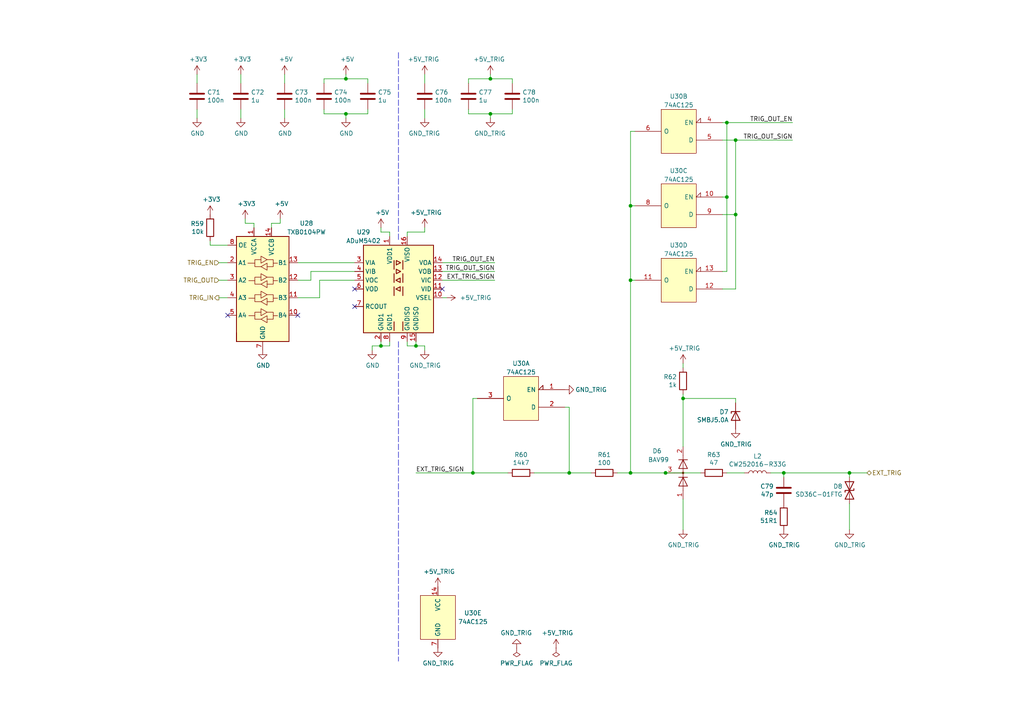
<source format=kicad_sch>
(kicad_sch (version 20211123) (generator eeschema)

  (uuid 8b7307a0-282b-45ee-a198-ea809ae92ea4)

  (paper "A4")

  (lib_symbols
    (symbol "Device:C" (pin_numbers hide) (pin_names (offset 0.254)) (in_bom yes) (on_board yes)
      (property "Reference" "C" (id 0) (at 0.635 2.54 0)
        (effects (font (size 1.27 1.27)) (justify left))
      )
      (property "Value" "C" (id 1) (at 0.635 -2.54 0)
        (effects (font (size 1.27 1.27)) (justify left))
      )
      (property "Footprint" "" (id 2) (at 0.9652 -3.81 0)
        (effects (font (size 1.27 1.27)) hide)
      )
      (property "Datasheet" "~" (id 3) (at 0 0 0)
        (effects (font (size 1.27 1.27)) hide)
      )
      (property "ki_keywords" "cap capacitor" (id 4) (at 0 0 0)
        (effects (font (size 1.27 1.27)) hide)
      )
      (property "ki_description" "Unpolarized capacitor" (id 5) (at 0 0 0)
        (effects (font (size 1.27 1.27)) hide)
      )
      (property "ki_fp_filters" "C_*" (id 6) (at 0 0 0)
        (effects (font (size 1.27 1.27)) hide)
      )
      (symbol "C_0_1"
        (polyline
          (pts
            (xy -2.032 -0.762)
            (xy 2.032 -0.762)
          )
          (stroke (width 0.508) (type default) (color 0 0 0 0))
          (fill (type none))
        )
        (polyline
          (pts
            (xy -2.032 0.762)
            (xy 2.032 0.762)
          )
          (stroke (width 0.508) (type default) (color 0 0 0 0))
          (fill (type none))
        )
      )
      (symbol "C_1_1"
        (pin passive line (at 0 3.81 270) (length 2.794)
          (name "~" (effects (font (size 1.27 1.27))))
          (number "1" (effects (font (size 1.27 1.27))))
        )
        (pin passive line (at 0 -3.81 90) (length 2.794)
          (name "~" (effects (font (size 1.27 1.27))))
          (number "2" (effects (font (size 1.27 1.27))))
        )
      )
    )
    (symbol "Device:D_TVS" (pin_numbers hide) (pin_names (offset 1.016) hide) (in_bom yes) (on_board yes)
      (property "Reference" "D" (id 0) (at 0 2.54 0)
        (effects (font (size 1.27 1.27)))
      )
      (property "Value" "D_TVS" (id 1) (at 0 -2.54 0)
        (effects (font (size 1.27 1.27)))
      )
      (property "Footprint" "" (id 2) (at 0 0 0)
        (effects (font (size 1.27 1.27)) hide)
      )
      (property "Datasheet" "~" (id 3) (at 0 0 0)
        (effects (font (size 1.27 1.27)) hide)
      )
      (property "ki_keywords" "diode TVS thyrector" (id 4) (at 0 0 0)
        (effects (font (size 1.27 1.27)) hide)
      )
      (property "ki_description" "Bidirectional transient-voltage-suppression diode" (id 5) (at 0 0 0)
        (effects (font (size 1.27 1.27)) hide)
      )
      (property "ki_fp_filters" "TO-???* *_Diode_* *SingleDiode* D_*" (id 6) (at 0 0 0)
        (effects (font (size 1.27 1.27)) hide)
      )
      (symbol "D_TVS_0_1"
        (polyline
          (pts
            (xy 1.27 0)
            (xy -1.27 0)
          )
          (stroke (width 0) (type default) (color 0 0 0 0))
          (fill (type none))
        )
        (polyline
          (pts
            (xy 0.508 1.27)
            (xy 0 1.27)
            (xy 0 -1.27)
            (xy -0.508 -1.27)
          )
          (stroke (width 0.254) (type default) (color 0 0 0 0))
          (fill (type none))
        )
        (polyline
          (pts
            (xy -2.54 1.27)
            (xy -2.54 -1.27)
            (xy 2.54 1.27)
            (xy 2.54 -1.27)
            (xy -2.54 1.27)
          )
          (stroke (width 0.254) (type default) (color 0 0 0 0))
          (fill (type none))
        )
      )
      (symbol "D_TVS_1_1"
        (pin passive line (at -3.81 0 0) (length 2.54)
          (name "A1" (effects (font (size 1.27 1.27))))
          (number "1" (effects (font (size 1.27 1.27))))
        )
        (pin passive line (at 3.81 0 180) (length 2.54)
          (name "A2" (effects (font (size 1.27 1.27))))
          (number "2" (effects (font (size 1.27 1.27))))
        )
      )
    )
    (symbol "Device:D_Zener" (pin_numbers hide) (pin_names (offset 1.016) hide) (in_bom yes) (on_board yes)
      (property "Reference" "D" (id 0) (at 0 2.54 0)
        (effects (font (size 1.27 1.27)))
      )
      (property "Value" "D_Zener" (id 1) (at 0 -2.54 0)
        (effects (font (size 1.27 1.27)))
      )
      (property "Footprint" "" (id 2) (at 0 0 0)
        (effects (font (size 1.27 1.27)) hide)
      )
      (property "Datasheet" "~" (id 3) (at 0 0 0)
        (effects (font (size 1.27 1.27)) hide)
      )
      (property "ki_keywords" "diode" (id 4) (at 0 0 0)
        (effects (font (size 1.27 1.27)) hide)
      )
      (property "ki_description" "Zener diode" (id 5) (at 0 0 0)
        (effects (font (size 1.27 1.27)) hide)
      )
      (property "ki_fp_filters" "TO-???* *_Diode_* *SingleDiode* D_*" (id 6) (at 0 0 0)
        (effects (font (size 1.27 1.27)) hide)
      )
      (symbol "D_Zener_0_1"
        (polyline
          (pts
            (xy 1.27 0)
            (xy -1.27 0)
          )
          (stroke (width 0) (type default) (color 0 0 0 0))
          (fill (type none))
        )
        (polyline
          (pts
            (xy -1.27 -1.27)
            (xy -1.27 1.27)
            (xy -0.762 1.27)
          )
          (stroke (width 0.254) (type default) (color 0 0 0 0))
          (fill (type none))
        )
        (polyline
          (pts
            (xy 1.27 -1.27)
            (xy 1.27 1.27)
            (xy -1.27 0)
            (xy 1.27 -1.27)
          )
          (stroke (width 0.254) (type default) (color 0 0 0 0))
          (fill (type none))
        )
      )
      (symbol "D_Zener_1_1"
        (pin passive line (at -3.81 0 0) (length 2.54)
          (name "K" (effects (font (size 1.27 1.27))))
          (number "1" (effects (font (size 1.27 1.27))))
        )
        (pin passive line (at 3.81 0 180) (length 2.54)
          (name "A" (effects (font (size 1.27 1.27))))
          (number "2" (effects (font (size 1.27 1.27))))
        )
      )
    )
    (symbol "Device:L" (pin_numbers hide) (pin_names (offset 1.016) hide) (in_bom yes) (on_board yes)
      (property "Reference" "L" (id 0) (at -1.27 0 90)
        (effects (font (size 1.27 1.27)))
      )
      (property "Value" "L" (id 1) (at 1.905 0 90)
        (effects (font (size 1.27 1.27)))
      )
      (property "Footprint" "" (id 2) (at 0 0 0)
        (effects (font (size 1.27 1.27)) hide)
      )
      (property "Datasheet" "~" (id 3) (at 0 0 0)
        (effects (font (size 1.27 1.27)) hide)
      )
      (property "ki_keywords" "inductor choke coil reactor magnetic" (id 4) (at 0 0 0)
        (effects (font (size 1.27 1.27)) hide)
      )
      (property "ki_description" "Inductor" (id 5) (at 0 0 0)
        (effects (font (size 1.27 1.27)) hide)
      )
      (property "ki_fp_filters" "Choke_* *Coil* Inductor_* L_*" (id 6) (at 0 0 0)
        (effects (font (size 1.27 1.27)) hide)
      )
      (symbol "L_0_1"
        (arc (start 0 -2.54) (mid 0.635 -1.905) (end 0 -1.27)
          (stroke (width 0) (type default) (color 0 0 0 0))
          (fill (type none))
        )
        (arc (start 0 -1.27) (mid 0.635 -0.635) (end 0 0)
          (stroke (width 0) (type default) (color 0 0 0 0))
          (fill (type none))
        )
        (arc (start 0 0) (mid 0.635 0.635) (end 0 1.27)
          (stroke (width 0) (type default) (color 0 0 0 0))
          (fill (type none))
        )
        (arc (start 0 1.27) (mid 0.635 1.905) (end 0 2.54)
          (stroke (width 0) (type default) (color 0 0 0 0))
          (fill (type none))
        )
      )
      (symbol "L_1_1"
        (pin passive line (at 0 3.81 270) (length 1.27)
          (name "1" (effects (font (size 1.27 1.27))))
          (number "1" (effects (font (size 1.27 1.27))))
        )
        (pin passive line (at 0 -3.81 90) (length 1.27)
          (name "2" (effects (font (size 1.27 1.27))))
          (number "2" (effects (font (size 1.27 1.27))))
        )
      )
    )
    (symbol "Device:R" (pin_numbers hide) (pin_names (offset 0)) (in_bom yes) (on_board yes)
      (property "Reference" "R" (id 0) (at 2.032 0 90)
        (effects (font (size 1.27 1.27)))
      )
      (property "Value" "R" (id 1) (at 0 0 90)
        (effects (font (size 1.27 1.27)))
      )
      (property "Footprint" "" (id 2) (at -1.778 0 90)
        (effects (font (size 1.27 1.27)) hide)
      )
      (property "Datasheet" "~" (id 3) (at 0 0 0)
        (effects (font (size 1.27 1.27)) hide)
      )
      (property "ki_keywords" "R res resistor" (id 4) (at 0 0 0)
        (effects (font (size 1.27 1.27)) hide)
      )
      (property "ki_description" "Resistor" (id 5) (at 0 0 0)
        (effects (font (size 1.27 1.27)) hide)
      )
      (property "ki_fp_filters" "R_*" (id 6) (at 0 0 0)
        (effects (font (size 1.27 1.27)) hide)
      )
      (symbol "R_0_1"
        (rectangle (start -1.016 -2.54) (end 1.016 2.54)
          (stroke (width 0.254) (type default) (color 0 0 0 0))
          (fill (type none))
        )
      )
      (symbol "R_1_1"
        (pin passive line (at 0 3.81 270) (length 1.27)
          (name "~" (effects (font (size 1.27 1.27))))
          (number "1" (effects (font (size 1.27 1.27))))
        )
        (pin passive line (at 0 -3.81 90) (length 1.27)
          (name "~" (effects (font (size 1.27 1.27))))
          (number "2" (effects (font (size 1.27 1.27))))
        )
      )
    )
    (symbol "Diode:BAV99" (pin_names hide) (in_bom yes) (on_board yes)
      (property "Reference" "D" (id 0) (at 0 5.08 0)
        (effects (font (size 1.27 1.27)))
      )
      (property "Value" "BAV99" (id 1) (at 0 2.54 0)
        (effects (font (size 1.27 1.27)))
      )
      (property "Footprint" "Package_TO_SOT_SMD:SOT-23" (id 2) (at 0 -12.7 0)
        (effects (font (size 1.27 1.27)) hide)
      )
      (property "Datasheet" "https://assets.nexperia.com/documents/data-sheet/BAV99_SER.pdf" (id 3) (at 0 0 0)
        (effects (font (size 1.27 1.27)) hide)
      )
      (property "ki_keywords" "diode" (id 4) (at 0 0 0)
        (effects (font (size 1.27 1.27)) hide)
      )
      (property "ki_description" "BAV99 High-speed switching diodes, SOT-23" (id 5) (at 0 0 0)
        (effects (font (size 1.27 1.27)) hide)
      )
      (property "ki_fp_filters" "SOT?23*" (id 6) (at 0 0 0)
        (effects (font (size 1.27 1.27)) hide)
      )
      (symbol "BAV99_0_1"
        (polyline
          (pts
            (xy -5.08 0)
            (xy 5.08 0)
          )
          (stroke (width 0) (type default) (color 0 0 0 0))
          (fill (type none))
        )
      )
      (symbol "BAV99_1_1"
        (polyline
          (pts
            (xy 0 0)
            (xy 0 -2.54)
          )
          (stroke (width 0) (type default) (color 0 0 0 0))
          (fill (type none))
        )
        (polyline
          (pts
            (xy -1.27 -1.27)
            (xy -1.27 1.27)
            (xy -1.27 1.27)
          )
          (stroke (width 0.2032) (type default) (color 0 0 0 0))
          (fill (type none))
        )
        (polyline
          (pts
            (xy 3.81 1.27)
            (xy 3.81 -1.27)
            (xy 3.81 -1.27)
          )
          (stroke (width 0.2032) (type default) (color 0 0 0 0))
          (fill (type none))
        )
        (polyline
          (pts
            (xy -3.81 1.27)
            (xy -1.27 0)
            (xy -3.81 -1.27)
            (xy -3.81 1.27)
            (xy -3.81 1.27)
            (xy -3.81 1.27)
          )
          (stroke (width 0.2032) (type default) (color 0 0 0 0))
          (fill (type none))
        )
        (polyline
          (pts
            (xy 1.27 1.27)
            (xy 3.81 0)
            (xy 1.27 -1.27)
            (xy 1.27 1.27)
            (xy 1.27 1.27)
            (xy 1.27 1.27)
          )
          (stroke (width 0.2032) (type default) (color 0 0 0 0))
          (fill (type none))
        )
        (circle (center 0 0) (radius 0.254)
          (stroke (width 0) (type default) (color 0 0 0 0))
          (fill (type outline))
        )
        (pin passive line (at -7.62 0 0) (length 2.54)
          (name "K" (effects (font (size 1.27 1.27))))
          (number "1" (effects (font (size 1.27 1.27))))
        )
        (pin passive line (at 7.62 0 180) (length 2.54)
          (name "A" (effects (font (size 1.27 1.27))))
          (number "2" (effects (font (size 1.27 1.27))))
        )
        (pin passive line (at 0 -5.08 90) (length 2.54)
          (name "K" (effects (font (size 1.27 1.27))))
          (number "3" (effects (font (size 1.27 1.27))))
        )
      )
    )
    (symbol "ETH1CLCR2:+5V_TRIG" (power) (pin_names (offset 0)) (in_bom yes) (on_board yes)
      (property "Reference" "#PWR" (id 0) (at 0 -3.81 0)
        (effects (font (size 1.27 1.27)) hide)
      )
      (property "Value" "+5V_TRIG" (id 1) (at 0 3.556 0)
        (effects (font (size 1.27 1.27)))
      )
      (property "Footprint" "" (id 2) (at 0 0 0)
        (effects (font (size 1.27 1.27)) hide)
      )
      (property "Datasheet" "" (id 3) (at 0 0 0)
        (effects (font (size 1.27 1.27)) hide)
      )
      (symbol "+5V_TRIG_0_1"
        (polyline
          (pts
            (xy -0.762 1.27)
            (xy 0 2.54)
          )
          (stroke (width 0) (type default) (color 0 0 0 0))
          (fill (type none))
        )
        (polyline
          (pts
            (xy 0 0)
            (xy 0 2.54)
          )
          (stroke (width 0) (type default) (color 0 0 0 0))
          (fill (type none))
        )
        (polyline
          (pts
            (xy 0 2.54)
            (xy 0.762 1.27)
          )
          (stroke (width 0) (type default) (color 0 0 0 0))
          (fill (type none))
        )
      )
      (symbol "+5V_TRIG_1_1"
        (pin power_in line (at 0 0 90) (length 0) hide
          (name "+5V_TRIG" (effects (font (size 1.27 1.27))))
          (number "1" (effects (font (size 1.27 1.27))))
        )
      )
    )
    (symbol "ETH1CLCR2:74AC125" (pin_names (offset 0.762)) (in_bom yes) (on_board yes)
      (property "Reference" "U" (id 0) (at 8.89 6.35 0)
        (effects (font (size 1.27 1.27)) (justify left bottom))
      )
      (property "Value" "74AC125" (id 1) (at 6.35 5.08 0)
        (effects (font (size 1.27 1.27)) (justify left top))
      )
      (property "Footprint" "" (id 2) (at 0 0 0)
        (effects (font (size 1.27 1.27)) hide)
      )
      (property "Datasheet" "" (id 3) (at 0 0 0)
        (effects (font (size 1.27 1.27)) hide)
      )
      (symbol "74AC125_0_1"
        (rectangle (start -5.08 6.35) (end 5.08 -6.35)
          (stroke (width 0) (type default) (color 0 0 0 0))
          (fill (type background))
        )
      )
      (symbol "74AC125_1_0"
        (pin input input_low (at -12.7 2.54 0) (length 7.62)
          (name "EN" (effects (font (size 1.27 1.27))))
          (number "1" (effects (font (size 1.27 1.27))))
        )
      )
      (symbol "74AC125_1_1"
        (pin input line (at -12.7 -2.54 0) (length 7.62)
          (name "D" (effects (font (size 1.27 1.27))))
          (number "2" (effects (font (size 1.27 1.27))))
        )
        (pin tri_state line (at 12.7 0 180) (length 7.62)
          (name "O" (effects (font (size 1.27 1.27))))
          (number "3" (effects (font (size 1.27 1.27))))
        )
      )
      (symbol "74AC125_2_0"
        (pin input input_low (at -12.7 2.54 0) (length 7.62)
          (name "EN" (effects (font (size 1.27 1.27))))
          (number "4" (effects (font (size 1.27 1.27))))
        )
      )
      (symbol "74AC125_2_1"
        (pin input line (at -12.7 -2.54 0) (length 7.62)
          (name "D" (effects (font (size 1.27 1.27))))
          (number "5" (effects (font (size 1.27 1.27))))
        )
        (pin tri_state line (at 12.7 0 180) (length 7.62)
          (name "O" (effects (font (size 1.27 1.27))))
          (number "6" (effects (font (size 1.27 1.27))))
        )
      )
      (symbol "74AC125_3_0"
        (pin input input_low (at -12.7 2.54 0) (length 7.62)
          (name "EN" (effects (font (size 1.27 1.27))))
          (number "10" (effects (font (size 1.27 1.27))))
        )
      )
      (symbol "74AC125_3_1"
        (pin tri_state line (at 12.7 0 180) (length 7.62)
          (name "O" (effects (font (size 1.27 1.27))))
          (number "8" (effects (font (size 1.27 1.27))))
        )
        (pin input line (at -12.7 -2.54 0) (length 7.62)
          (name "D" (effects (font (size 1.27 1.27))))
          (number "9" (effects (font (size 1.27 1.27))))
        )
      )
      (symbol "74AC125_4_0"
        (pin input input_low (at -12.7 2.54 0) (length 7.62)
          (name "EN" (effects (font (size 1.27 1.27))))
          (number "13" (effects (font (size 1.27 1.27))))
        )
      )
      (symbol "74AC125_4_1"
        (pin tri_state line (at 12.7 0 180) (length 7.62)
          (name "O" (effects (font (size 1.27 1.27))))
          (number "11" (effects (font (size 1.27 1.27))))
        )
        (pin input line (at -12.7 -2.54 0) (length 7.62)
          (name "D" (effects (font (size 1.27 1.27))))
          (number "12" (effects (font (size 1.27 1.27))))
        )
      )
      (symbol "74AC125_5_1"
        (pin passive line (at 0 8.89 270) (length 2.54)
          (name "VCC" (effects (font (size 1.27 1.27))))
          (number "14" (effects (font (size 1.27 1.27))))
        )
        (pin passive line (at 0 -8.89 90) (length 2.54)
          (name "GND" (effects (font (size 1.27 1.27))))
          (number "7" (effects (font (size 1.27 1.27))))
        )
      )
    )
    (symbol "ETH1CLCR2:GND_TRIG" (power) (pin_names (offset 0)) (in_bom yes) (on_board yes)
      (property "Reference" "#PWR" (id 0) (at 0 -6.35 0)
        (effects (font (size 1.27 1.27)) hide)
      )
      (property "Value" "GND_TRIG" (id 1) (at 0 -3.81 0)
        (effects (font (size 1.27 1.27)))
      )
      (property "Footprint" "" (id 2) (at 0 0 0)
        (effects (font (size 1.27 1.27)) hide)
      )
      (property "Datasheet" "" (id 3) (at 0 0 0)
        (effects (font (size 1.27 1.27)) hide)
      )
      (symbol "GND_TRIG_0_1"
        (polyline
          (pts
            (xy 0 0)
            (xy 0 -1.27)
            (xy 1.27 -1.27)
            (xy 0 -2.54)
            (xy -1.27 -1.27)
            (xy 0 -1.27)
          )
          (stroke (width 0) (type default) (color 0 0 0 0))
          (fill (type none))
        )
      )
      (symbol "GND_TRIG_1_1"
        (pin power_in line (at 0 0 270) (length 0) hide
          (name "GND_TRIG" (effects (font (size 1.27 1.27))))
          (number "1" (effects (font (size 1.27 1.27))))
        )
      )
    )
    (symbol "Isolator:ADuM5402" (in_bom yes) (on_board yes)
      (property "Reference" "U" (id 0) (at -10.16 13.97 0)
        (effects (font (size 1.27 1.27)) (justify left))
      )
      (property "Value" "ADuM5402" (id 1) (at 3.81 13.97 0)
        (effects (font (size 1.27 1.27)) (justify left))
      )
      (property "Footprint" "Package_SO:SOIC-16W_7.5x10.3mm_P1.27mm" (id 2) (at 0 -24.13 0)
        (effects (font (size 1.27 1.27) italic) hide)
      )
      (property "Datasheet" "https://www.analog.com/media/en/technical-documentation/data-sheets/ADuM5401_5402_5403_5404.pdf" (id 3) (at -11.43 7.62 0)
        (effects (font (size 1.27 1.27)) hide)
      )
      (property "ki_keywords" "digital isolator galvanic isopower" (id 4) (at 0 0 0)
        (effects (font (size 1.27 1.27)) hide)
      )
      (property "ki_description" "Quad-Channel 2.5kV isolator with integrated isoPower dc-dc converter, 2 Input / 2 output, SOIC-16" (id 5) (at 0 0 0)
        (effects (font (size 1.27 1.27)) hide)
      )
      (property "ki_fp_filters" "SOIC*7.5x10.3mm*P1.27mm*" (id 6) (at 0 0 0)
        (effects (font (size 1.27 1.27)) hide)
      )
      (symbol "ADuM5402_0_1"
        (rectangle (start -10.16 12.7) (end 10.16 -12.7)
          (stroke (width 0.254) (type default) (color 0 0 0 0))
          (fill (type background))
        )
        (polyline
          (pts
            (xy -1.27 -9.525)
            (xy -1.27 -12.065)
          )
          (stroke (width 0.254) (type default) (color 0 0 0 0))
          (fill (type none))
        )
        (polyline
          (pts
            (xy -1.27 0.635)
            (xy -1.27 -1.905)
          )
          (stroke (width 0.254) (type default) (color 0 0 0 0))
          (fill (type none))
        )
        (polyline
          (pts
            (xy -1.27 4.445)
            (xy -1.27 1.905)
          )
          (stroke (width 0.254) (type default) (color 0 0 0 0))
          (fill (type none))
        )
        (polyline
          (pts
            (xy -1.27 8.255)
            (xy -1.27 5.715)
          )
          (stroke (width 0.254) (type default) (color 0 0 0 0))
          (fill (type none))
        )
        (polyline
          (pts
            (xy 1.27 -9.525)
            (xy 1.27 -12.065)
          )
          (stroke (width 0.254) (type default) (color 0 0 0 0))
          (fill (type none))
        )
        (polyline
          (pts
            (xy 1.27 0.635)
            (xy 1.27 -1.905)
          )
          (stroke (width 0.254) (type default) (color 0 0 0 0))
          (fill (type none))
        )
        (polyline
          (pts
            (xy 1.27 4.445)
            (xy 1.27 1.905)
          )
          (stroke (width 0.254) (type default) (color 0 0 0 0))
          (fill (type none))
        )
        (polyline
          (pts
            (xy 1.27 8.255)
            (xy 1.27 5.715)
          )
          (stroke (width 0.254) (type default) (color 0 0 0 0))
          (fill (type none))
        )
        (polyline
          (pts
            (xy -0.635 5.715)
            (xy -0.635 4.445)
            (xy 0.635 5.08)
            (xy -0.635 5.715)
          )
          (stroke (width 0.254) (type default) (color 0 0 0 0))
          (fill (type none))
        )
        (polyline
          (pts
            (xy -0.635 6.985)
            (xy 0.635 7.62)
            (xy -0.635 8.255)
            (xy -0.635 6.985)
          )
          (stroke (width 0.254) (type default) (color 0 0 0 0))
          (fill (type none))
        )
        (polyline
          (pts
            (xy 0.508 0.635)
            (xy 0.508 -0.635)
            (xy -0.762 0)
            (xy 0.508 0.635)
          )
          (stroke (width 0.254) (type default) (color 0 0 0 0))
          (fill (type none))
        )
        (polyline
          (pts
            (xy 0.508 1.905)
            (xy -0.762 2.54)
            (xy 0.508 3.175)
            (xy 0.508 1.905)
          )
          (stroke (width 0.254) (type default) (color 0 0 0 0))
          (fill (type none))
        )
      )
      (symbol "ADuM5402_1_1"
        (pin power_in line (at -2.54 15.24 270) (length 2.54)
          (name "VDD1" (effects (font (size 1.27 1.27))))
          (number "1" (effects (font (size 1.27 1.27))))
        )
        (pin input line (at 12.7 -2.54 180) (length 2.54)
          (name "VSEL" (effects (font (size 1.27 1.27))))
          (number "10" (effects (font (size 1.27 1.27))))
        )
        (pin input line (at 12.7 0 180) (length 2.54)
          (name "VID" (effects (font (size 1.27 1.27))))
          (number "11" (effects (font (size 1.27 1.27))))
        )
        (pin input line (at 12.7 2.54 180) (length 2.54)
          (name "VIC" (effects (font (size 1.27 1.27))))
          (number "12" (effects (font (size 1.27 1.27))))
        )
        (pin output line (at 12.7 5.08 180) (length 2.54)
          (name "VOB" (effects (font (size 1.27 1.27))))
          (number "13" (effects (font (size 1.27 1.27))))
        )
        (pin output line (at 12.7 7.62 180) (length 2.54)
          (name "VOA" (effects (font (size 1.27 1.27))))
          (number "14" (effects (font (size 1.27 1.27))))
        )
        (pin power_in line (at 5.08 -15.24 90) (length 2.54)
          (name "GNDISO" (effects (font (size 1.27 1.27))))
          (number "15" (effects (font (size 1.27 1.27))))
        )
        (pin power_in line (at 2.54 15.24 270) (length 2.54)
          (name "VISO" (effects (font (size 1.27 1.27))))
          (number "16" (effects (font (size 1.27 1.27))))
        )
        (pin power_in line (at -5.08 -15.24 90) (length 2.54)
          (name "GND1" (effects (font (size 1.27 1.27))))
          (number "2" (effects (font (size 1.27 1.27))))
        )
        (pin input line (at -12.7 7.62 0) (length 2.54)
          (name "VIA" (effects (font (size 1.27 1.27))))
          (number "3" (effects (font (size 1.27 1.27))))
        )
        (pin input line (at -12.7 5.08 0) (length 2.54)
          (name "VIB" (effects (font (size 1.27 1.27))))
          (number "4" (effects (font (size 1.27 1.27))))
        )
        (pin output line (at -12.7 2.54 0) (length 2.54)
          (name "VOC" (effects (font (size 1.27 1.27))))
          (number "5" (effects (font (size 1.27 1.27))))
        )
        (pin output line (at -12.7 0 0) (length 2.54)
          (name "VOD" (effects (font (size 1.27 1.27))))
          (number "6" (effects (font (size 1.27 1.27))))
        )
        (pin output line (at -12.7 -5.08 0) (length 2.54)
          (name "RCOUT" (effects (font (size 1.27 1.27))))
          (number "7" (effects (font (size 1.27 1.27))))
        )
        (pin power_in line (at -2.54 -15.24 90) (length 2.54)
          (name "GND1" (effects (font (size 1.27 1.27))))
          (number "8" (effects (font (size 1.27 1.27))))
        )
        (pin power_in line (at 2.54 -15.24 90) (length 2.54)
          (name "GNDISO" (effects (font (size 1.27 1.27))))
          (number "9" (effects (font (size 1.27 1.27))))
        )
      )
    )
    (symbol "Logic_LevelTranslator:TXB0104PW" (in_bom yes) (on_board yes)
      (property "Reference" "U" (id 0) (at -6.35 16.51 0)
        (effects (font (size 1.27 1.27)))
      )
      (property "Value" "TXB0104PW" (id 1) (at 3.81 16.51 0)
        (effects (font (size 1.27 1.27)) (justify left))
      )
      (property "Footprint" "Package_SO:TSSOP-14_4.4x5mm_P0.65mm" (id 2) (at 0 -19.05 0)
        (effects (font (size 1.27 1.27)) hide)
      )
      (property "Datasheet" "http://www.ti.com/lit/ds/symlink/txb0104.pdf" (id 3) (at 2.794 2.413 0)
        (effects (font (size 1.27 1.27)) hide)
      )
      (property "ki_keywords" "Level-Shifter CMOS-TTL-Translation" (id 4) (at 0 0 0)
        (effects (font (size 1.27 1.27)) hide)
      )
      (property "ki_description" "4-Bit Bidirectional Voltage-Level Translator, Auto Direction Sensing and ±15-kV ESD Protection, 1.2 - 3.6V APort, 1.65 - 5.5V BPort, TSSOP-14" (id 5) (at 0 0 0)
        (effects (font (size 1.27 1.27)) hide)
      )
      (property "ki_fp_filters" "TSSOP*14*5mm*P0.65mm*" (id 6) (at 0 0 0)
        (effects (font (size 1.27 1.27)) hide)
      )
      (symbol "TXB0104PW_0_1"
        (rectangle (start -7.62 -15.24) (end -7.62 -12.7)
          (stroke (width 0.254) (type default) (color 0 0 0 0))
          (fill (type none))
        )
        (rectangle (start -7.62 15.24) (end 7.62 -15.24)
          (stroke (width 0.254) (type default) (color 0 0 0 0))
          (fill (type background))
        )
        (polyline
          (pts
            (xy -2.286 -7.747)
            (xy -2.286 -6.731)
            (xy -0.508 -6.731)
          )
          (stroke (width 0) (type default) (color 0 0 0 0))
          (fill (type none))
        )
        (polyline
          (pts
            (xy -2.286 -2.667)
            (xy -2.286 -1.651)
            (xy -0.508 -1.651)
          )
          (stroke (width 0) (type default) (color 0 0 0 0))
          (fill (type none))
        )
        (polyline
          (pts
            (xy -2.286 2.413)
            (xy -2.286 3.429)
            (xy -0.508 3.429)
          )
          (stroke (width 0) (type default) (color 0 0 0 0))
          (fill (type none))
        )
        (polyline
          (pts
            (xy -2.286 7.493)
            (xy -2.286 8.509)
            (xy -0.508 8.509)
          )
          (stroke (width 0) (type default) (color 0 0 0 0))
          (fill (type none))
        )
        (polyline
          (pts
            (xy 3.048 -7.747)
            (xy 3.048 -8.763)
            (xy 1.27 -8.763)
          )
          (stroke (width 0) (type default) (color 0 0 0 0))
          (fill (type none))
        )
        (polyline
          (pts
            (xy 3.048 -2.667)
            (xy 3.048 -3.683)
            (xy 1.27 -3.683)
          )
          (stroke (width 0) (type default) (color 0 0 0 0))
          (fill (type none))
        )
        (polyline
          (pts
            (xy 3.048 2.413)
            (xy 3.048 1.397)
            (xy 1.27 1.397)
          )
          (stroke (width 0) (type default) (color 0 0 0 0))
          (fill (type none))
        )
        (polyline
          (pts
            (xy 3.048 7.493)
            (xy 3.048 6.477)
            (xy 1.27 6.477)
          )
          (stroke (width 0) (type default) (color 0 0 0 0))
          (fill (type none))
        )
        (polyline
          (pts
            (xy -0.508 -8.763)
            (xy -2.286 -8.763)
            (xy -2.286 -7.747)
            (xy -4.064 -7.747)
          )
          (stroke (width 0) (type default) (color 0 0 0 0))
          (fill (type none))
        )
        (polyline
          (pts
            (xy -0.508 -8.763)
            (xy 1.27 -7.747)
            (xy 1.27 -9.779)
            (xy -0.508 -8.763)
          )
          (stroke (width 0) (type default) (color 0 0 0 0))
          (fill (type none))
        )
        (polyline
          (pts
            (xy -0.508 -3.683)
            (xy -2.286 -3.683)
            (xy -2.286 -2.667)
            (xy -4.064 -2.667)
          )
          (stroke (width 0) (type default) (color 0 0 0 0))
          (fill (type none))
        )
        (polyline
          (pts
            (xy -0.508 -3.683)
            (xy 1.27 -2.667)
            (xy 1.27 -4.699)
            (xy -0.508 -3.683)
          )
          (stroke (width 0) (type default) (color 0 0 0 0))
          (fill (type none))
        )
        (polyline
          (pts
            (xy -0.508 1.397)
            (xy -2.286 1.397)
            (xy -2.286 2.413)
            (xy -4.064 2.413)
          )
          (stroke (width 0) (type default) (color 0 0 0 0))
          (fill (type none))
        )
        (polyline
          (pts
            (xy -0.508 1.397)
            (xy 1.27 2.413)
            (xy 1.27 0.381)
            (xy -0.508 1.397)
          )
          (stroke (width 0) (type default) (color 0 0 0 0))
          (fill (type none))
        )
        (polyline
          (pts
            (xy -0.508 6.477)
            (xy -2.286 6.477)
            (xy -2.286 7.493)
            (xy -4.318 7.493)
          )
          (stroke (width 0) (type default) (color 0 0 0 0))
          (fill (type none))
        )
        (polyline
          (pts
            (xy -0.508 6.477)
            (xy 1.27 7.493)
            (xy 1.27 5.461)
            (xy -0.508 6.477)
          )
          (stroke (width 0) (type default) (color 0 0 0 0))
          (fill (type none))
        )
        (polyline
          (pts
            (xy 1.27 -6.731)
            (xy -0.508 -7.747)
            (xy -0.508 -5.715)
            (xy 1.27 -6.731)
          )
          (stroke (width 0) (type default) (color 0 0 0 0))
          (fill (type none))
        )
        (polyline
          (pts
            (xy 1.27 -6.731)
            (xy 3.048 -6.731)
            (xy 3.048 -7.747)
            (xy 4.318 -7.747)
          )
          (stroke (width 0) (type default) (color 0 0 0 0))
          (fill (type none))
        )
        (polyline
          (pts
            (xy 1.27 -1.651)
            (xy -0.508 -2.667)
            (xy -0.508 -0.635)
            (xy 1.27 -1.651)
          )
          (stroke (width 0) (type default) (color 0 0 0 0))
          (fill (type none))
        )
        (polyline
          (pts
            (xy 1.27 -1.651)
            (xy 3.048 -1.651)
            (xy 3.048 -2.667)
            (xy 4.318 -2.667)
          )
          (stroke (width 0) (type default) (color 0 0 0 0))
          (fill (type none))
        )
        (polyline
          (pts
            (xy 1.27 3.429)
            (xy -0.508 2.413)
            (xy -0.508 4.445)
            (xy 1.27 3.429)
          )
          (stroke (width 0) (type default) (color 0 0 0 0))
          (fill (type none))
        )
        (polyline
          (pts
            (xy 1.27 3.429)
            (xy 3.048 3.429)
            (xy 3.048 2.413)
            (xy 4.318 2.413)
          )
          (stroke (width 0) (type default) (color 0 0 0 0))
          (fill (type none))
        )
        (polyline
          (pts
            (xy 1.27 8.509)
            (xy -0.508 7.493)
            (xy -0.508 9.525)
            (xy 1.27 8.509)
          )
          (stroke (width 0) (type default) (color 0 0 0 0))
          (fill (type none))
        )
        (polyline
          (pts
            (xy 1.27 8.509)
            (xy 3.048 8.509)
            (xy 3.048 7.493)
            (xy 4.318 7.493)
          )
          (stroke (width 0) (type default) (color 0 0 0 0))
          (fill (type none))
        )
      )
      (symbol "TXB0104PW_1_1"
        (pin power_in line (at -2.54 17.78 270) (length 2.54)
          (name "VCCA" (effects (font (size 1.27 1.27))))
          (number "1" (effects (font (size 1.27 1.27))))
        )
        (pin bidirectional line (at 10.16 -7.62 180) (length 2.54)
          (name "B4" (effects (font (size 1.27 1.27))))
          (number "10" (effects (font (size 1.27 1.27))))
        )
        (pin bidirectional line (at 10.16 -2.54 180) (length 2.54)
          (name "B3" (effects (font (size 1.27 1.27))))
          (number "11" (effects (font (size 1.27 1.27))))
        )
        (pin bidirectional line (at 10.16 2.54 180) (length 2.54)
          (name "B2" (effects (font (size 1.27 1.27))))
          (number "12" (effects (font (size 1.27 1.27))))
        )
        (pin bidirectional line (at 10.16 7.62 180) (length 2.54)
          (name "B1" (effects (font (size 1.27 1.27))))
          (number "13" (effects (font (size 1.27 1.27))))
        )
        (pin power_in line (at 2.54 17.78 270) (length 2.54)
          (name "VCCB" (effects (font (size 1.27 1.27))))
          (number "14" (effects (font (size 1.27 1.27))))
        )
        (pin bidirectional line (at -10.16 7.62 0) (length 2.54)
          (name "A1" (effects (font (size 1.27 1.27))))
          (number "2" (effects (font (size 1.27 1.27))))
        )
        (pin bidirectional line (at -10.16 2.54 0) (length 2.54)
          (name "A2" (effects (font (size 1.27 1.27))))
          (number "3" (effects (font (size 1.27 1.27))))
        )
        (pin bidirectional line (at -10.16 -2.54 0) (length 2.54)
          (name "A3" (effects (font (size 1.27 1.27))))
          (number "4" (effects (font (size 1.27 1.27))))
        )
        (pin bidirectional line (at -10.16 -7.62 0) (length 2.54)
          (name "A4" (effects (font (size 1.27 1.27))))
          (number "5" (effects (font (size 1.27 1.27))))
        )
        (pin no_connect line (at -10.16 -12.7 0) (length 2.54) hide
          (name "NC" (effects (font (size 1.27 1.27))))
          (number "6" (effects (font (size 1.27 1.27))))
        )
        (pin power_in line (at 0 -17.78 90) (length 2.54)
          (name "GND" (effects (font (size 1.27 1.27))))
          (number "7" (effects (font (size 1.27 1.27))))
        )
        (pin input line (at -10.16 12.7 0) (length 2.54)
          (name "OE" (effects (font (size 1.27 1.27))))
          (number "8" (effects (font (size 1.27 1.27))))
        )
        (pin no_connect line (at 10.16 -12.7 180) (length 2.54) hide
          (name "NC" (effects (font (size 1.27 1.27))))
          (number "9" (effects (font (size 1.27 1.27))))
        )
      )
    )
    (symbol "power:+3.3V" (power) (pin_names (offset 0)) (in_bom yes) (on_board yes)
      (property "Reference" "#PWR" (id 0) (at 0 -3.81 0)
        (effects (font (size 1.27 1.27)) hide)
      )
      (property "Value" "+3.3V" (id 1) (at 0 3.556 0)
        (effects (font (size 1.27 1.27)))
      )
      (property "Footprint" "" (id 2) (at 0 0 0)
        (effects (font (size 1.27 1.27)) hide)
      )
      (property "Datasheet" "" (id 3) (at 0 0 0)
        (effects (font (size 1.27 1.27)) hide)
      )
      (property "ki_keywords" "power-flag" (id 4) (at 0 0 0)
        (effects (font (size 1.27 1.27)) hide)
      )
      (property "ki_description" "Power symbol creates a global label with name \"+3.3V\"" (id 5) (at 0 0 0)
        (effects (font (size 1.27 1.27)) hide)
      )
      (symbol "+3.3V_0_1"
        (polyline
          (pts
            (xy -0.762 1.27)
            (xy 0 2.54)
          )
          (stroke (width 0) (type default) (color 0 0 0 0))
          (fill (type none))
        )
        (polyline
          (pts
            (xy 0 0)
            (xy 0 2.54)
          )
          (stroke (width 0) (type default) (color 0 0 0 0))
          (fill (type none))
        )
        (polyline
          (pts
            (xy 0 2.54)
            (xy 0.762 1.27)
          )
          (stroke (width 0) (type default) (color 0 0 0 0))
          (fill (type none))
        )
      )
      (symbol "+3.3V_1_1"
        (pin power_in line (at 0 0 90) (length 0) hide
          (name "+3V3" (effects (font (size 1.27 1.27))))
          (number "1" (effects (font (size 1.27 1.27))))
        )
      )
    )
    (symbol "power:+5V" (power) (pin_names (offset 0)) (in_bom yes) (on_board yes)
      (property "Reference" "#PWR" (id 0) (at 0 -3.81 0)
        (effects (font (size 1.27 1.27)) hide)
      )
      (property "Value" "+5V" (id 1) (at 0 3.556 0)
        (effects (font (size 1.27 1.27)))
      )
      (property "Footprint" "" (id 2) (at 0 0 0)
        (effects (font (size 1.27 1.27)) hide)
      )
      (property "Datasheet" "" (id 3) (at 0 0 0)
        (effects (font (size 1.27 1.27)) hide)
      )
      (property "ki_keywords" "power-flag" (id 4) (at 0 0 0)
        (effects (font (size 1.27 1.27)) hide)
      )
      (property "ki_description" "Power symbol creates a global label with name \"+5V\"" (id 5) (at 0 0 0)
        (effects (font (size 1.27 1.27)) hide)
      )
      (symbol "+5V_0_1"
        (polyline
          (pts
            (xy -0.762 1.27)
            (xy 0 2.54)
          )
          (stroke (width 0) (type default) (color 0 0 0 0))
          (fill (type none))
        )
        (polyline
          (pts
            (xy 0 0)
            (xy 0 2.54)
          )
          (stroke (width 0) (type default) (color 0 0 0 0))
          (fill (type none))
        )
        (polyline
          (pts
            (xy 0 2.54)
            (xy 0.762 1.27)
          )
          (stroke (width 0) (type default) (color 0 0 0 0))
          (fill (type none))
        )
      )
      (symbol "+5V_1_1"
        (pin power_in line (at 0 0 90) (length 0) hide
          (name "+5V" (effects (font (size 1.27 1.27))))
          (number "1" (effects (font (size 1.27 1.27))))
        )
      )
    )
    (symbol "power:GND" (power) (pin_names (offset 0)) (in_bom yes) (on_board yes)
      (property "Reference" "#PWR" (id 0) (at 0 -6.35 0)
        (effects (font (size 1.27 1.27)) hide)
      )
      (property "Value" "GND" (id 1) (at 0 -3.81 0)
        (effects (font (size 1.27 1.27)))
      )
      (property "Footprint" "" (id 2) (at 0 0 0)
        (effects (font (size 1.27 1.27)) hide)
      )
      (property "Datasheet" "" (id 3) (at 0 0 0)
        (effects (font (size 1.27 1.27)) hide)
      )
      (property "ki_keywords" "power-flag" (id 4) (at 0 0 0)
        (effects (font (size 1.27 1.27)) hide)
      )
      (property "ki_description" "Power symbol creates a global label with name \"GND\" , ground" (id 5) (at 0 0 0)
        (effects (font (size 1.27 1.27)) hide)
      )
      (symbol "GND_0_1"
        (polyline
          (pts
            (xy 0 0)
            (xy 0 -1.27)
            (xy 1.27 -1.27)
            (xy 0 -2.54)
            (xy -1.27 -1.27)
            (xy 0 -1.27)
          )
          (stroke (width 0) (type default) (color 0 0 0 0))
          (fill (type none))
        )
      )
      (symbol "GND_1_1"
        (pin power_in line (at 0 0 270) (length 0) hide
          (name "GND" (effects (font (size 1.27 1.27))))
          (number "1" (effects (font (size 1.27 1.27))))
        )
      )
    )
    (symbol "power:PWR_FLAG" (power) (pin_numbers hide) (pin_names (offset 0) hide) (in_bom yes) (on_board yes)
      (property "Reference" "#FLG" (id 0) (at 0 1.905 0)
        (effects (font (size 1.27 1.27)) hide)
      )
      (property "Value" "PWR_FLAG" (id 1) (at 0 3.81 0)
        (effects (font (size 1.27 1.27)))
      )
      (property "Footprint" "" (id 2) (at 0 0 0)
        (effects (font (size 1.27 1.27)) hide)
      )
      (property "Datasheet" "~" (id 3) (at 0 0 0)
        (effects (font (size 1.27 1.27)) hide)
      )
      (property "ki_keywords" "power-flag" (id 4) (at 0 0 0)
        (effects (font (size 1.27 1.27)) hide)
      )
      (property "ki_description" "Special symbol for telling ERC where power comes from" (id 5) (at 0 0 0)
        (effects (font (size 1.27 1.27)) hide)
      )
      (symbol "PWR_FLAG_0_0"
        (pin power_out line (at 0 0 90) (length 0)
          (name "pwr" (effects (font (size 1.27 1.27))))
          (number "1" (effects (font (size 1.27 1.27))))
        )
      )
      (symbol "PWR_FLAG_0_1"
        (polyline
          (pts
            (xy 0 0)
            (xy 0 1.27)
            (xy -1.016 1.905)
            (xy 0 2.54)
            (xy 1.016 1.905)
            (xy 0 1.27)
          )
          (stroke (width 0) (type default) (color 0 0 0 0))
          (fill (type none))
        )
      )
    )
  )

  (junction (at 246.38 137.16) (diameter 0) (color 0 0 0 0)
    (uuid 0c34fc08-e96d-4260-9311-718aaf34634a)
  )
  (junction (at 120.65 100.33) (diameter 0) (color 0 0 0 0)
    (uuid 0ef93586-4a96-40ee-a05c-f9ec6ea41440)
  )
  (junction (at 198.12 115.57) (diameter 0) (color 0 0 0 0)
    (uuid 1bf9788e-b6fb-4e39-9b07-1a85a33ab0ac)
  )
  (junction (at 213.36 62.23) (diameter 0) (color 0 0 0 0)
    (uuid 27820315-1da5-41f4-a16f-15d45da291ee)
  )
  (junction (at 213.36 40.64) (diameter 0) (color 0 0 0 0)
    (uuid 3a6d836e-5fa2-48e4-8813-64048499bfa1)
  )
  (junction (at 142.24 22.86) (diameter 0) (color 0 0 0 0)
    (uuid 45066497-17b3-4b1e-8560-b42e4fe9fc79)
  )
  (junction (at 182.88 137.16) (diameter 0) (color 0 0 0 0)
    (uuid 46f40b0d-9f83-4a4b-b1a5-62c70d609f15)
  )
  (junction (at 182.88 59.69) (diameter 0) (color 0 0 0 0)
    (uuid 4bc54793-ce67-4ac3-94f9-627b03091ec0)
  )
  (junction (at 210.82 57.15) (diameter 0) (color 0 0 0 0)
    (uuid 5fa7bf5a-30cf-4e01-9896-1be89e208174)
  )
  (junction (at 137.16 137.16) (diameter 0) (color 0 0 0 0)
    (uuid 7a3d5818-20bf-46f0-9543-039918e621b1)
  )
  (junction (at 210.82 35.56) (diameter 0) (color 0 0 0 0)
    (uuid 8a8d0104-7389-4c86-9819-2a4d623d0eaa)
  )
  (junction (at 100.33 22.86) (diameter 0) (color 0 0 0 0)
    (uuid a8b913e8-bdff-46a1-8fa1-0a3b9200ba63)
  )
  (junction (at 182.88 81.28) (diameter 0) (color 0 0 0 0)
    (uuid ad6faa3f-e0ed-4bdd-a1e5-b39c91d1331b)
  )
  (junction (at 165.1 137.16) (diameter 0) (color 0 0 0 0)
    (uuid cf396795-a810-4e21-892f-992e157ae38c)
  )
  (junction (at 100.33 33.02) (diameter 0) (color 0 0 0 0)
    (uuid d25f3de2-2a92-42f5-b1ea-69518ce0f874)
  )
  (junction (at 110.49 100.33) (diameter 0) (color 0 0 0 0)
    (uuid dafe3985-1e29-4c3e-a61d-a4150db514cb)
  )
  (junction (at 227.33 137.16) (diameter 0) (color 0 0 0 0)
    (uuid de146c8d-aa21-41ca-80bc-152387a0e98b)
  )
  (junction (at 142.24 33.02) (diameter 0) (color 0 0 0 0)
    (uuid f1f2d884-3eeb-45a6-a68d-6b038cc89bd5)
  )
  (junction (at 193.04 137.16) (diameter 0) (color 0 0 0 0)
    (uuid fbdd7b76-c2ff-40bf-b285-e421732299c8)
  )

  (no_connect (at 86.36 91.44) (uuid 0433fc1c-1d2f-4df1-8225-85f844de0ee5))
  (no_connect (at 102.87 88.9) (uuid 30d9ad81-707e-4b97-927f-972743f32416))
  (no_connect (at 128.27 83.82) (uuid 92a0a546-70a6-4726-888a-dc708d7e4882))
  (no_connect (at 102.87 83.82) (uuid e61c609a-3fd8-466a-bcaf-b2121d0d9f1d))
  (no_connect (at 66.04 91.44) (uuid eed78b78-205c-4260-b6ae-dbf9759701b4))

  (wire (pts (xy 213.36 115.57) (xy 198.12 115.57))
    (stroke (width 0) (type default) (color 0 0 0 0))
    (uuid 0040b96f-080b-491b-8a02-7808049d01a5)
  )
  (wire (pts (xy 184.15 38.1) (xy 182.88 38.1))
    (stroke (width 0) (type default) (color 0 0 0 0))
    (uuid 00d24f12-60ca-4046-8273-c6a4425264ea)
  )
  (wire (pts (xy 227.33 137.16) (xy 227.33 138.43))
    (stroke (width 0) (type default) (color 0 0 0 0))
    (uuid 026a5c3d-8009-4dbe-95f8-35b7b94e55b2)
  )
  (wire (pts (xy 182.88 38.1) (xy 182.88 59.69))
    (stroke (width 0) (type default) (color 0 0 0 0))
    (uuid 029babb8-43f9-4afb-94eb-447e8f07f5f8)
  )
  (wire (pts (xy 123.19 24.13) (xy 123.19 21.59))
    (stroke (width 0) (type default) (color 0 0 0 0))
    (uuid 041cdd85-de49-4516-8220-1a6774258d60)
  )
  (wire (pts (xy 69.85 21.59) (xy 69.85 24.13))
    (stroke (width 0) (type default) (color 0 0 0 0))
    (uuid 054738e5-0ee5-4395-925c-61a7f2821b20)
  )
  (wire (pts (xy 154.94 137.16) (xy 165.1 137.16))
    (stroke (width 0) (type default) (color 0 0 0 0))
    (uuid 068c59d2-0eed-4004-9408-cec5b1332980)
  )
  (wire (pts (xy 142.24 21.59) (xy 142.24 22.86))
    (stroke (width 0) (type default) (color 0 0 0 0))
    (uuid 0c5555e4-b5a6-485f-9d6c-673ee855d077)
  )
  (wire (pts (xy 210.82 57.15) (xy 210.82 35.56))
    (stroke (width 0) (type default) (color 0 0 0 0))
    (uuid 0cc59854-d92d-47d9-bf88-49aa5e99da2c)
  )
  (wire (pts (xy 81.28 64.77) (xy 81.28 63.5))
    (stroke (width 0) (type default) (color 0 0 0 0))
    (uuid 0dc81afd-106b-4d1f-a1fe-52d730b654cf)
  )
  (wire (pts (xy 106.68 24.13) (xy 106.68 22.86))
    (stroke (width 0) (type default) (color 0 0 0 0))
    (uuid 0f5f1208-4d65-4ca6-aa04-42fb0a0d26d3)
  )
  (wire (pts (xy 147.32 137.16) (xy 137.16 137.16))
    (stroke (width 0) (type default) (color 0 0 0 0))
    (uuid 11284e4d-3fcf-456d-85bf-251d4e9ebbea)
  )
  (wire (pts (xy 123.19 34.29) (xy 123.19 31.75))
    (stroke (width 0) (type default) (color 0 0 0 0))
    (uuid 11629014-e9f4-4c29-a7e7-20c87003afc8)
  )
  (wire (pts (xy 148.59 22.86) (xy 148.59 24.13))
    (stroke (width 0) (type default) (color 0 0 0 0))
    (uuid 1bf86f82-2bbf-441e-a941-ab3b1439c541)
  )
  (wire (pts (xy 106.68 31.75) (xy 106.68 33.02))
    (stroke (width 0) (type default) (color 0 0 0 0))
    (uuid 20700146-eb5e-4325-ab0f-5eb1c1ab9f53)
  )
  (wire (pts (xy 142.24 33.02) (xy 148.59 33.02))
    (stroke (width 0) (type default) (color 0 0 0 0))
    (uuid 217e0ba8-b930-4119-b6c2-dc17e3c588da)
  )
  (wire (pts (xy 92.71 86.36) (xy 92.71 81.28))
    (stroke (width 0) (type default) (color 0 0 0 0))
    (uuid 2260eca1-062b-4a2d-a686-0bd02b4f7e70)
  )
  (wire (pts (xy 210.82 137.16) (xy 215.9 137.16))
    (stroke (width 0) (type default) (color 0 0 0 0))
    (uuid 279f2b59-adbc-41a8-bca7-d545ff462fcc)
  )
  (wire (pts (xy 100.33 22.86) (xy 93.98 22.86))
    (stroke (width 0) (type default) (color 0 0 0 0))
    (uuid 29b0e91a-6995-48eb-9e44-dbfb29d4d1f4)
  )
  (wire (pts (xy 246.38 138.43) (xy 246.38 137.16))
    (stroke (width 0) (type default) (color 0 0 0 0))
    (uuid 2b3169a4-b25c-4a9a-83d9-6c5e1bf696df)
  )
  (wire (pts (xy 78.74 66.04) (xy 78.74 64.77))
    (stroke (width 0) (type default) (color 0 0 0 0))
    (uuid 2d126fcd-f553-48b1-b0a6-42f0739edad4)
  )
  (wire (pts (xy 90.17 78.74) (xy 90.17 81.28))
    (stroke (width 0) (type default) (color 0 0 0 0))
    (uuid 2e9d09aa-9032-4f4a-a04c-b457d3653ea9)
  )
  (wire (pts (xy 213.36 83.82) (xy 209.55 83.82))
    (stroke (width 0) (type default) (color 0 0 0 0))
    (uuid 303a5d1c-1174-4455-8d09-4c27e2cae756)
  )
  (wire (pts (xy 182.88 81.28) (xy 184.15 81.28))
    (stroke (width 0) (type default) (color 0 0 0 0))
    (uuid 3273b782-43c1-43e5-89f1-8202bc331ec5)
  )
  (wire (pts (xy 78.74 64.77) (xy 81.28 64.77))
    (stroke (width 0) (type default) (color 0 0 0 0))
    (uuid 336187bc-da33-4b97-b66b-229449263386)
  )
  (wire (pts (xy 137.16 137.16) (xy 137.16 115.57))
    (stroke (width 0) (type default) (color 0 0 0 0))
    (uuid 33739942-810c-4127-9ec1-9d5ae6dbae16)
  )
  (wire (pts (xy 128.27 78.74) (xy 143.51 78.74))
    (stroke (width 0) (type default) (color 0 0 0 0))
    (uuid 35eddf69-7f75-4166-b63d-791077c9cad6)
  )
  (wire (pts (xy 60.96 71.12) (xy 60.96 69.85))
    (stroke (width 0) (type default) (color 0 0 0 0))
    (uuid 40a43f13-6bc9-4d48-996d-a3933f43e557)
  )
  (wire (pts (xy 66.04 71.12) (xy 60.96 71.12))
    (stroke (width 0) (type default) (color 0 0 0 0))
    (uuid 425b2fdc-55a9-461a-a7b9-62e15066e971)
  )
  (wire (pts (xy 135.89 24.13) (xy 135.89 22.86))
    (stroke (width 0) (type default) (color 0 0 0 0))
    (uuid 42ee0668-7a68-4ff3-bffb-037c29e2b080)
  )
  (wire (pts (xy 213.36 40.64) (xy 213.36 62.23))
    (stroke (width 0) (type default) (color 0 0 0 0))
    (uuid 42eea245-63c2-403b-88cf-3bcf8c139e85)
  )
  (wire (pts (xy 135.89 31.75) (xy 135.89 33.02))
    (stroke (width 0) (type default) (color 0 0 0 0))
    (uuid 47926235-06f0-434d-8e40-01878742e348)
  )
  (wire (pts (xy 209.55 57.15) (xy 210.82 57.15))
    (stroke (width 0) (type default) (color 0 0 0 0))
    (uuid 485f5690-803c-485a-ae56-087f16332728)
  )
  (wire (pts (xy 210.82 35.56) (xy 209.55 35.56))
    (stroke (width 0) (type default) (color 0 0 0 0))
    (uuid 4b3797fc-a28b-4f53-8a9f-0f640c563534)
  )
  (wire (pts (xy 213.36 62.23) (xy 213.36 83.82))
    (stroke (width 0) (type default) (color 0 0 0 0))
    (uuid 4c0d8e04-d914-44c9-bf87-9acb0a7b294f)
  )
  (wire (pts (xy 198.12 105.41) (xy 198.12 106.68))
    (stroke (width 0) (type default) (color 0 0 0 0))
    (uuid 4fdc7e20-1ad8-4e69-9ee1-317451c52db3)
  )
  (wire (pts (xy 209.55 62.23) (xy 213.36 62.23))
    (stroke (width 0) (type default) (color 0 0 0 0))
    (uuid 52a1723a-568b-4851-a9a8-96d72d8245b8)
  )
  (wire (pts (xy 100.33 34.29) (xy 100.33 33.02))
    (stroke (width 0) (type default) (color 0 0 0 0))
    (uuid 583e818b-06a5-415f-b7c6-2ef3bfd993e0)
  )
  (wire (pts (xy 182.88 81.28) (xy 182.88 137.16))
    (stroke (width 0) (type default) (color 0 0 0 0))
    (uuid 58dbb7cb-4aea-4ddb-bcbd-0223a9a7a60f)
  )
  (wire (pts (xy 100.33 33.02) (xy 93.98 33.02))
    (stroke (width 0) (type default) (color 0 0 0 0))
    (uuid 5a1b4ff8-15cf-449c-9ae7-0a2b38a31cb3)
  )
  (wire (pts (xy 82.55 31.75) (xy 82.55 34.29))
    (stroke (width 0) (type default) (color 0 0 0 0))
    (uuid 5fb96f66-9ba4-47fa-b10f-752e943942e3)
  )
  (wire (pts (xy 209.55 40.64) (xy 213.36 40.64))
    (stroke (width 0) (type default) (color 0 0 0 0))
    (uuid 61cc72b7-58db-484e-a733-37d3e9b37676)
  )
  (wire (pts (xy 63.5 86.36) (xy 66.04 86.36))
    (stroke (width 0) (type default) (color 0 0 0 0))
    (uuid 65f8799d-771f-4152-8477-a2449018cb69)
  )
  (wire (pts (xy 110.49 100.33) (xy 110.49 99.06))
    (stroke (width 0) (type default) (color 0 0 0 0))
    (uuid 66e7052f-e5d0-4311-9cec-441c1d68ead8)
  )
  (wire (pts (xy 163.83 118.11) (xy 165.1 118.11))
    (stroke (width 0) (type default) (color 0 0 0 0))
    (uuid 6dd4f23f-5d6b-4a09-a5a9-08f56370b6b0)
  )
  (wire (pts (xy 182.88 59.69) (xy 182.88 81.28))
    (stroke (width 0) (type default) (color 0 0 0 0))
    (uuid 70fcb0aa-4378-49eb-bd06-825678f83dd4)
  )
  (wire (pts (xy 123.19 67.31) (xy 118.11 67.31))
    (stroke (width 0) (type default) (color 0 0 0 0))
    (uuid 71293b79-b909-4e9d-8f4b-8fb968cac9c4)
  )
  (wire (pts (xy 165.1 118.11) (xy 165.1 137.16))
    (stroke (width 0) (type default) (color 0 0 0 0))
    (uuid 722ae304-5fc8-4f19-ae15-a281b946b796)
  )
  (wire (pts (xy 93.98 33.02) (xy 93.98 31.75))
    (stroke (width 0) (type default) (color 0 0 0 0))
    (uuid 722ceaad-0930-45ac-b7b4-400ff1620946)
  )
  (wire (pts (xy 113.03 68.58) (xy 113.03 67.31))
    (stroke (width 0) (type default) (color 0 0 0 0))
    (uuid 726c70d9-4ea4-4982-9d7a-59d5494fbd2f)
  )
  (wire (pts (xy 143.51 76.2) (xy 128.27 76.2))
    (stroke (width 0) (type default) (color 0 0 0 0))
    (uuid 74daa374-8faf-4381-834f-aa616d5dc6d0)
  )
  (wire (pts (xy 118.11 100.33) (xy 120.65 100.33))
    (stroke (width 0) (type default) (color 0 0 0 0))
    (uuid 76aae521-f6b6-475f-b902-f9520fdad2db)
  )
  (wire (pts (xy 92.71 81.28) (xy 102.87 81.28))
    (stroke (width 0) (type default) (color 0 0 0 0))
    (uuid 7e86c11e-07b0-4b72-8559-98374d6e60d7)
  )
  (wire (pts (xy 100.33 21.59) (xy 100.33 22.86))
    (stroke (width 0) (type default) (color 0 0 0 0))
    (uuid 8297b99c-9e2f-4427-b246-992ba7db3c41)
  )
  (wire (pts (xy 251.46 137.16) (xy 246.38 137.16))
    (stroke (width 0) (type default) (color 0 0 0 0))
    (uuid 82acc7a8-5db6-4a68-a735-cc10ff8d5826)
  )
  (wire (pts (xy 223.52 137.16) (xy 227.33 137.16))
    (stroke (width 0) (type default) (color 0 0 0 0))
    (uuid 83348aa3-63b0-4410-ab37-24a69b9d9568)
  )
  (wire (pts (xy 123.19 100.33) (xy 123.19 101.6))
    (stroke (width 0) (type default) (color 0 0 0 0))
    (uuid 83aa3442-f145-473a-a42b-cb0bce15ba89)
  )
  (wire (pts (xy 106.68 33.02) (xy 100.33 33.02))
    (stroke (width 0) (type default) (color 0 0 0 0))
    (uuid 86f45d19-0fa5-448b-9941-8da9a950271f)
  )
  (wire (pts (xy 93.98 22.86) (xy 93.98 24.13))
    (stroke (width 0) (type default) (color 0 0 0 0))
    (uuid 89576911-fe16-4af6-aea0-6a3b0ee2a226)
  )
  (wire (pts (xy 86.36 86.36) (xy 92.71 86.36))
    (stroke (width 0) (type default) (color 0 0 0 0))
    (uuid 8a198d70-6d01-497c-9c12-0fcd6d5996bd)
  )
  (wire (pts (xy 198.12 114.3) (xy 198.12 115.57))
    (stroke (width 0) (type default) (color 0 0 0 0))
    (uuid 8a64d4ac-21d6-44eb-9486-7dc960f88552)
  )
  (wire (pts (xy 184.15 59.69) (xy 182.88 59.69))
    (stroke (width 0) (type default) (color 0 0 0 0))
    (uuid 8cb02a84-449f-4b8f-874d-a102f7f566aa)
  )
  (wire (pts (xy 198.12 144.78) (xy 198.12 153.67))
    (stroke (width 0) (type default) (color 0 0 0 0))
    (uuid 90311038-374b-411d-8066-13bc322aede2)
  )
  (wire (pts (xy 118.11 67.31) (xy 118.11 68.58))
    (stroke (width 0) (type default) (color 0 0 0 0))
    (uuid 92806e1c-4b48-4c4e-8b5f-5c160c237b91)
  )
  (wire (pts (xy 73.66 66.04) (xy 73.66 64.77))
    (stroke (width 0) (type default) (color 0 0 0 0))
    (uuid 97b858c9-df20-47ee-9b0d-788398de20eb)
  )
  (wire (pts (xy 203.2 137.16) (xy 193.04 137.16))
    (stroke (width 0) (type default) (color 0 0 0 0))
    (uuid 98005597-6286-4e5a-b78c-d6421fb898a6)
  )
  (wire (pts (xy 107.95 100.33) (xy 110.49 100.33))
    (stroke (width 0) (type default) (color 0 0 0 0))
    (uuid 98acde56-3bc7-4586-bd3f-8e59f722b83f)
  )
  (polyline (pts (xy 115.57 99.06) (xy 115.57 191.77))
    (stroke (width 0) (type default) (color 0 0 0 0))
    (uuid 98c1fcef-7dc1-42f5-84d1-979390a4f931)
  )

  (wire (pts (xy 137.16 115.57) (xy 138.43 115.57))
    (stroke (width 0) (type default) (color 0 0 0 0))
    (uuid 9b3c61f8-337a-4da0-b3ef-16e530a2a1a5)
  )
  (wire (pts (xy 210.82 78.74) (xy 210.82 57.15))
    (stroke (width 0) (type default) (color 0 0 0 0))
    (uuid a05cbd81-bd61-4aa2-8cfb-1b71b785fa91)
  )
  (wire (pts (xy 179.07 137.16) (xy 182.88 137.16))
    (stroke (width 0) (type default) (color 0 0 0 0))
    (uuid a1f24aa1-ae0e-42dd-a0a5-c14567775ff6)
  )
  (wire (pts (xy 213.36 40.64) (xy 229.87 40.64))
    (stroke (width 0) (type default) (color 0 0 0 0))
    (uuid a432f05d-64b9-4eb4-b786-a20afdf91472)
  )
  (wire (pts (xy 86.36 76.2) (xy 102.87 76.2))
    (stroke (width 0) (type default) (color 0 0 0 0))
    (uuid a5fe4283-ac16-4031-aff0-166aaa9381a5)
  )
  (wire (pts (xy 118.11 99.06) (xy 118.11 100.33))
    (stroke (width 0) (type default) (color 0 0 0 0))
    (uuid a7e83d84-16ff-47fb-9657-4173ef04193b)
  )
  (wire (pts (xy 129.54 86.36) (xy 128.27 86.36))
    (stroke (width 0) (type default) (color 0 0 0 0))
    (uuid a9102eca-7643-44d0-a23e-b4897c9761b1)
  )
  (wire (pts (xy 113.03 100.33) (xy 110.49 100.33))
    (stroke (width 0) (type default) (color 0 0 0 0))
    (uuid a97e60c8-26a2-42e4-a9a5-2ff7cdb5ac97)
  )
  (wire (pts (xy 107.95 101.6) (xy 107.95 100.33))
    (stroke (width 0) (type default) (color 0 0 0 0))
    (uuid aa3f4ca6-6d56-490d-8668-315087b72d82)
  )
  (wire (pts (xy 113.03 67.31) (xy 110.49 67.31))
    (stroke (width 0) (type default) (color 0 0 0 0))
    (uuid b2182053-42bd-4176-bab4-cb0405b66f14)
  )
  (wire (pts (xy 143.51 81.28) (xy 128.27 81.28))
    (stroke (width 0) (type default) (color 0 0 0 0))
    (uuid b2fd466c-e369-4941-bbd5-f9ffc1560269)
  )
  (wire (pts (xy 246.38 153.67) (xy 246.38 146.05))
    (stroke (width 0) (type default) (color 0 0 0 0))
    (uuid bd698ed1-4652-4876-85f0-32a6b8457b7f)
  )
  (wire (pts (xy 135.89 22.86) (xy 142.24 22.86))
    (stroke (width 0) (type default) (color 0 0 0 0))
    (uuid be73db46-ba9b-4148-97cb-ccb02f9491f0)
  )
  (wire (pts (xy 113.03 99.06) (xy 113.03 100.33))
    (stroke (width 0) (type default) (color 0 0 0 0))
    (uuid c3e7d377-bdb2-4bcb-8f37-a06b7f33a9f5)
  )
  (wire (pts (xy 69.85 31.75) (xy 69.85 34.29))
    (stroke (width 0) (type default) (color 0 0 0 0))
    (uuid c7209f96-755d-4d86-9ec1-691c164613b7)
  )
  (wire (pts (xy 57.15 24.13) (xy 57.15 21.59))
    (stroke (width 0) (type default) (color 0 0 0 0))
    (uuid caae6b19-091c-4484-8c56-43307365e6da)
  )
  (wire (pts (xy 165.1 137.16) (xy 171.45 137.16))
    (stroke (width 0) (type default) (color 0 0 0 0))
    (uuid cad20803-f081-4cb6-bffd-ef717099901f)
  )
  (wire (pts (xy 137.16 137.16) (xy 120.65 137.16))
    (stroke (width 0) (type default) (color 0 0 0 0))
    (uuid cbcca303-4950-400d-86d4-1b2bcf024c2a)
  )
  (wire (pts (xy 90.17 81.28) (xy 86.36 81.28))
    (stroke (width 0) (type default) (color 0 0 0 0))
    (uuid cec2db05-7820-4b9a-a513-ff9626d4103c)
  )
  (wire (pts (xy 135.89 33.02) (xy 142.24 33.02))
    (stroke (width 0) (type default) (color 0 0 0 0))
    (uuid d1a73711-20da-4f65-9680-c23242a3eb28)
  )
  (wire (pts (xy 246.38 137.16) (xy 227.33 137.16))
    (stroke (width 0) (type default) (color 0 0 0 0))
    (uuid d301c09f-2079-404d-994e-531fb72cd864)
  )
  (wire (pts (xy 110.49 67.31) (xy 110.49 66.04))
    (stroke (width 0) (type default) (color 0 0 0 0))
    (uuid d43ec8d3-061b-4acb-971e-424eea37c095)
  )
  (wire (pts (xy 63.5 81.28) (xy 66.04 81.28))
    (stroke (width 0) (type default) (color 0 0 0 0))
    (uuid d611badb-5dbf-4f06-b235-1811f67ba548)
  )
  (wire (pts (xy 198.12 115.57) (xy 198.12 129.54))
    (stroke (width 0) (type default) (color 0 0 0 0))
    (uuid d77700ed-6208-4a5a-b972-31c5d6752294)
  )
  (wire (pts (xy 57.15 34.29) (xy 57.15 31.75))
    (stroke (width 0) (type default) (color 0 0 0 0))
    (uuid db85f899-753c-4c3a-91ed-4cfd56b3dfc2)
  )
  (wire (pts (xy 120.65 100.33) (xy 123.19 100.33))
    (stroke (width 0) (type default) (color 0 0 0 0))
    (uuid e1f6b757-dc4d-4717-be46-88f7c779abf2)
  )
  (wire (pts (xy 209.55 78.74) (xy 210.82 78.74))
    (stroke (width 0) (type default) (color 0 0 0 0))
    (uuid e2280c75-db15-40d9-8254-fd93c343ffcd)
  )
  (wire (pts (xy 142.24 22.86) (xy 148.59 22.86))
    (stroke (width 0) (type default) (color 0 0 0 0))
    (uuid e3dbbf44-7829-46ac-94eb-28f913ace2ff)
  )
  (wire (pts (xy 106.68 22.86) (xy 100.33 22.86))
    (stroke (width 0) (type default) (color 0 0 0 0))
    (uuid eb2e24bb-0867-47b8-9998-3f2c0012013d)
  )
  (wire (pts (xy 120.65 99.06) (xy 120.65 100.33))
    (stroke (width 0) (type default) (color 0 0 0 0))
    (uuid ec011473-b1f5-41a8-937b-f61c82e1e96d)
  )
  (wire (pts (xy 63.5 76.2) (xy 66.04 76.2))
    (stroke (width 0) (type default) (color 0 0 0 0))
    (uuid edb432c8-56e1-4df4-a002-e2e585fc70df)
  )
  (wire (pts (xy 142.24 34.29) (xy 142.24 33.02))
    (stroke (width 0) (type default) (color 0 0 0 0))
    (uuid ef05f602-ffbe-4c4d-8793-80522cd44abb)
  )
  (wire (pts (xy 213.36 116.84) (xy 213.36 115.57))
    (stroke (width 0) (type default) (color 0 0 0 0))
    (uuid ef1ee822-fe5a-49eb-9eb9-2451ae5d0df0)
  )
  (wire (pts (xy 82.55 21.59) (xy 82.55 24.13))
    (stroke (width 0) (type default) (color 0 0 0 0))
    (uuid f0e77d5d-6a35-412b-b854-9849ee035ebc)
  )
  (wire (pts (xy 210.82 35.56) (xy 229.87 35.56))
    (stroke (width 0) (type default) (color 0 0 0 0))
    (uuid f4298f49-7adc-4497-960b-31569cc2afde)
  )
  (polyline (pts (xy 115.57 15.24) (xy 115.57 69.85))
    (stroke (width 0) (type default) (color 0 0 0 0))
    (uuid f5363ae4-4595-48ee-96ee-89455bb5fa58)
  )

  (wire (pts (xy 73.66 64.77) (xy 71.12 64.77))
    (stroke (width 0) (type default) (color 0 0 0 0))
    (uuid f5dd8653-f2ef-4f6f-8b4e-57e5099f8337)
  )
  (wire (pts (xy 71.12 64.77) (xy 71.12 63.5))
    (stroke (width 0) (type default) (color 0 0 0 0))
    (uuid f90d1e85-ee98-4c68-9b2d-ac97e9c960d3)
  )
  (wire (pts (xy 102.87 78.74) (xy 90.17 78.74))
    (stroke (width 0) (type default) (color 0 0 0 0))
    (uuid faa79693-6e01-4b33-af5f-a581cd836c67)
  )
  (wire (pts (xy 148.59 33.02) (xy 148.59 31.75))
    (stroke (width 0) (type default) (color 0 0 0 0))
    (uuid fe0cce21-e693-42a6-8f24-076461e160d1)
  )
  (wire (pts (xy 193.04 137.16) (xy 182.88 137.16))
    (stroke (width 0) (type default) (color 0 0 0 0))
    (uuid fe2a8d55-a91e-4c78-96f9-7f5fe8aab832)
  )
  (wire (pts (xy 123.19 66.04) (xy 123.19 67.31))
    (stroke (width 0) (type default) (color 0 0 0 0))
    (uuid ff509735-82ea-45bf-a03a-752d6e25cd29)
  )

  (label "TRIG_OUT_EN" (at 229.87 35.56 180)
    (effects (font (size 1.27 1.27)) (justify right bottom))
    (uuid 04e8a0b5-1f97-4f00-9b05-4e9984280ff4)
  )
  (label "TRIG_OUT_EN" (at 143.51 76.2 180)
    (effects (font (size 1.27 1.27)) (justify right bottom))
    (uuid 534ed70e-adb5-42cb-8849-c9edfd04aa24)
  )
  (label "EXT_TRIG_SIGN" (at 120.65 137.16 0)
    (effects (font (size 1.27 1.27)) (justify left bottom))
    (uuid 7071cde3-04b0-491d-8e8f-0214cd0d5b14)
  )
  (label "EXT_TRIG_SIGN" (at 143.51 81.28 180)
    (effects (font (size 1.27 1.27)) (justify right bottom))
    (uuid 82b6c8db-8de6-489c-9284-ae9c0dad1970)
  )
  (label "TRIG_OUT_SIGN" (at 143.51 78.74 180)
    (effects (font (size 1.27 1.27)) (justify right bottom))
    (uuid 955c1159-f67b-4c57-b717-31eb58f26008)
  )
  (label "TRIG_OUT_SIGN" (at 229.87 40.64 180)
    (effects (font (size 1.27 1.27)) (justify right bottom))
    (uuid ff65f472-3040-4b51-b245-665bd9813926)
  )

  (hierarchical_label "TRIG_OUT" (shape input) (at 63.5 81.28 180)
    (effects (font (size 1.27 1.27)) (justify right))
    (uuid 0a602822-3243-4031-93d1-ca6fa7212be9)
  )
  (hierarchical_label "TRIG_EN" (shape input) (at 63.5 76.2 180)
    (effects (font (size 1.27 1.27)) (justify right))
    (uuid 0e8bb9e0-1d24-4b06-8491-fa5226849249)
  )
  (hierarchical_label "TRIG_IN" (shape output) (at 63.5 86.36 180)
    (effects (font (size 1.27 1.27)) (justify right))
    (uuid cc2d5d60-0d92-408d-8c37-706c895fb45d)
  )
  (hierarchical_label "EXT_TRIG" (shape bidirectional) (at 251.46 137.16 0)
    (effects (font (size 1.27 1.27)) (justify left))
    (uuid ed793cd9-04ec-47fc-afbc-d8ea53ba0415)
  )

  (symbol (lib_id "Device:C") (at 148.59 27.94 0) (unit 1)
    (in_bom yes) (on_board yes)
    (uuid 0731e086-2de3-4881-9f45-9ae9fa2fa16d)
    (property "Reference" "C78" (id 0) (at 151.511 26.7716 0)
      (effects (font (size 1.27 1.27)) (justify left))
    )
    (property "Value" "100n" (id 1) (at 151.511 29.083 0)
      (effects (font (size 1.27 1.27)) (justify left))
    )
    (property "Footprint" "Capacitor_SMD:C_0603_1608Metric_Pad1.08x0.95mm_HandSolder" (id 2) (at 149.5552 31.75 0)
      (effects (font (size 1.27 1.27)) hide)
    )
    (property "Datasheet" "~" (id 3) (at 148.59 27.94 0)
      (effects (font (size 1.27 1.27)) hide)
    )
    (pin "1" (uuid 8f8c3697-3bdf-4bda-9b05-5b3416cce98d))
    (pin "2" (uuid d91285bd-9a2e-4cd1-aea1-b159c409bb90))
  )

  (symbol (lib_id "ETH1CLCR2:GND_TRIG") (at 213.36 124.46 0) (unit 1)
    (in_bom yes) (on_board yes)
    (uuid 0f78a828-22ed-43f4-a84c-610f81acfc28)
    (property "Reference" "#PWR0185" (id 0) (at 213.36 130.81 0)
      (effects (font (size 1.27 1.27)) hide)
    )
    (property "Value" "GND_TRIG" (id 1) (at 213.487 128.8542 0))
    (property "Footprint" "" (id 2) (at 213.36 124.46 0)
      (effects (font (size 1.27 1.27)) hide)
    )
    (property "Datasheet" "" (id 3) (at 213.36 124.46 0)
      (effects (font (size 1.27 1.27)) hide)
    )
    (pin "1" (uuid c5fe7d38-8eac-41eb-afe2-57b80474f6ae))
  )

  (symbol (lib_id "ETH1CLCR2:+5V_TRIG") (at 142.24 21.59 0) (mirror y) (unit 1)
    (in_bom yes) (on_board yes)
    (uuid 1002f4dd-3d3d-4200-bf16-9fcb9aef72ee)
    (property "Reference" "#PWR0178" (id 0) (at 142.24 25.4 0)
      (effects (font (size 1.27 1.27)) hide)
    )
    (property "Value" "+5V_TRIG" (id 1) (at 141.859 17.1958 0))
    (property "Footprint" "" (id 2) (at 142.24 21.59 0)
      (effects (font (size 1.27 1.27)) hide)
    )
    (property "Datasheet" "" (id 3) (at 142.24 21.59 0)
      (effects (font (size 1.27 1.27)) hide)
    )
    (pin "1" (uuid 7a49525d-c447-4639-ab23-8f91ead2ea89))
  )

  (symbol (lib_id "ETH1CLCR2:GND_TRIG") (at 246.38 153.67 0) (unit 1)
    (in_bom yes) (on_board yes)
    (uuid 100ca46f-3b37-4cd9-a0ae-ec5e4f05c63c)
    (property "Reference" "#PWR0187" (id 0) (at 246.38 160.02 0)
      (effects (font (size 1.27 1.27)) hide)
    )
    (property "Value" "GND_TRIG" (id 1) (at 246.507 158.0642 0))
    (property "Footprint" "" (id 2) (at 246.38 153.67 0)
      (effects (font (size 1.27 1.27)) hide)
    )
    (property "Datasheet" "" (id 3) (at 246.38 153.67 0)
      (effects (font (size 1.27 1.27)) hide)
    )
    (pin "1" (uuid 11fbf4e4-5826-45d1-aba5-8e4afca7f0e7))
  )

  (symbol (lib_id "power:+5V") (at 82.55 21.59 0) (unit 1)
    (in_bom yes) (on_board yes)
    (uuid 16fc916e-10d6-43b2-9d3c-88ca37da3153)
    (property "Reference" "#PWR0165" (id 0) (at 82.55 25.4 0)
      (effects (font (size 1.27 1.27)) hide)
    )
    (property "Value" "+5V" (id 1) (at 82.931 17.1958 0))
    (property "Footprint" "" (id 2) (at 82.55 21.59 0)
      (effects (font (size 1.27 1.27)) hide)
    )
    (property "Datasheet" "" (id 3) (at 82.55 21.59 0)
      (effects (font (size 1.27 1.27)) hide)
    )
    (pin "1" (uuid 15c06328-a1c7-4b0d-aadc-eeced2cf90c9))
  )

  (symbol (lib_id "Device:R") (at 175.26 137.16 90) (mirror x) (unit 1)
    (in_bom yes) (on_board yes)
    (uuid 171cc538-e23f-476e-b4ba-2a896069fc41)
    (property "Reference" "R61" (id 0) (at 175.26 131.9022 90))
    (property "Value" "100" (id 1) (at 175.26 134.2136 90))
    (property "Footprint" "Resistor_SMD:R_0603_1608Metric_Pad0.98x0.95mm_HandSolder" (id 2) (at 175.26 135.382 90)
      (effects (font (size 1.27 1.27)) hide)
    )
    (property "Datasheet" "~" (id 3) (at 175.26 137.16 0)
      (effects (font (size 1.27 1.27)) hide)
    )
    (pin "1" (uuid 12679742-8781-45b0-a525-e430085795ca))
    (pin "2" (uuid 3645adc2-864d-4c9d-94d6-b776bd4c74ed))
  )

  (symbol (lib_id "Device:D_Zener") (at 213.36 120.65 90) (mirror x) (unit 1)
    (in_bom yes) (on_board yes)
    (uuid 1d1d254d-29f6-4782-975a-264e4463f8f4)
    (property "Reference" "D7" (id 0) (at 211.3534 119.4816 90)
      (effects (font (size 1.27 1.27)) (justify left))
    )
    (property "Value" "SMBJ5.0A" (id 1) (at 211.3534 121.793 90)
      (effects (font (size 1.27 1.27)) (justify left))
    )
    (property "Footprint" "Diode_SMD:D_SMB" (id 2) (at 213.36 120.65 0)
      (effects (font (size 1.27 1.27)) hide)
    )
    (property "Datasheet" "~" (id 3) (at 213.36 120.65 0)
      (effects (font (size 1.27 1.27)) hide)
    )
    (pin "1" (uuid 0803b19a-680d-491c-87e0-cc40f19d261d))
    (pin "2" (uuid 60975a86-474e-480a-b5f4-d79c310481a8))
  )

  (symbol (lib_id "ETH1CLCR2:GND_TRIG") (at 227.33 153.67 0) (unit 1)
    (in_bom yes) (on_board yes)
    (uuid 1d49d9f7-1883-4581-918b-6d30d29281c0)
    (property "Reference" "#PWR0186" (id 0) (at 227.33 160.02 0)
      (effects (font (size 1.27 1.27)) hide)
    )
    (property "Value" "GND_TRIG" (id 1) (at 227.457 158.0642 0))
    (property "Footprint" "" (id 2) (at 227.33 153.67 0)
      (effects (font (size 1.27 1.27)) hide)
    )
    (property "Datasheet" "" (id 3) (at 227.33 153.67 0)
      (effects (font (size 1.27 1.27)) hide)
    )
    (pin "1" (uuid f1027254-9005-4cfe-a4a8-1bcfc57b7aac))
  )

  (symbol (lib_id "power:PWR_FLAG") (at 161.29 187.96 180) (unit 1)
    (in_bom yes) (on_board yes)
    (uuid 1ee0b782-ddae-4bbe-bf52-3bea0d83db05)
    (property "Reference" "#FLG07" (id 0) (at 161.29 189.865 0)
      (effects (font (size 1.27 1.27)) hide)
    )
    (property "Value" "PWR_FLAG" (id 1) (at 161.29 192.3542 0))
    (property "Footprint" "" (id 2) (at 161.29 187.96 0)
      (effects (font (size 1.27 1.27)) hide)
    )
    (property "Datasheet" "~" (id 3) (at 161.29 187.96 0)
      (effects (font (size 1.27 1.27)) hide)
    )
    (pin "1" (uuid f6465a90-0d75-4f6c-a120-81304f748603))
  )

  (symbol (lib_id "Device:C") (at 135.89 27.94 0) (unit 1)
    (in_bom yes) (on_board yes)
    (uuid 201eef1f-a467-470c-a0bc-87b64fb93c33)
    (property "Reference" "C77" (id 0) (at 138.811 26.7716 0)
      (effects (font (size 1.27 1.27)) (justify left))
    )
    (property "Value" "1u" (id 1) (at 138.811 29.083 0)
      (effects (font (size 1.27 1.27)) (justify left))
    )
    (property "Footprint" "Capacitor_SMD:C_0603_1608Metric_Pad1.08x0.95mm_HandSolder" (id 2) (at 136.8552 31.75 0)
      (effects (font (size 1.27 1.27)) hide)
    )
    (property "Datasheet" "~" (id 3) (at 135.89 27.94 0)
      (effects (font (size 1.27 1.27)) hide)
    )
    (pin "1" (uuid bc666e9c-dce0-416e-8cd0-38ab98e4ccc5))
    (pin "2" (uuid 04786038-c3f5-41bb-a09f-3c6e76e92797))
  )

  (symbol (lib_id "ETH1CLCR2:GND_TRIG") (at 142.24 34.29 0) (mirror y) (unit 1)
    (in_bom yes) (on_board yes)
    (uuid 2873f893-e519-4e1e-b160-c04faed0fa4a)
    (property "Reference" "#PWR0179" (id 0) (at 142.24 40.64 0)
      (effects (font (size 1.27 1.27)) hide)
    )
    (property "Value" "GND_TRIG" (id 1) (at 142.113 38.6842 0))
    (property "Footprint" "" (id 2) (at 142.24 34.29 0)
      (effects (font (size 1.27 1.27)) hide)
    )
    (property "Datasheet" "" (id 3) (at 142.24 34.29 0)
      (effects (font (size 1.27 1.27)) hide)
    )
    (pin "1" (uuid 663f38bd-af11-4782-8dad-ad6d13b5f4c4))
  )

  (symbol (lib_id "ETH1CLCR2:74AC125") (at 127 179.07 0) (mirror y) (unit 5)
    (in_bom yes) (on_board yes)
    (uuid 2945153c-b3d0-46f5-87a7-1bcf94f7de4f)
    (property "Reference" "U30" (id 0) (at 137.16 177.8 0))
    (property "Value" "74AC125" (id 1) (at 137.16 180.34 0))
    (property "Footprint" "Package_SO:TSSOP-14_4.4x5mm_P0.65mm" (id 2) (at 127 179.07 0)
      (effects (font (size 1.27 1.27)) hide)
    )
    (property "Datasheet" "" (id 3) (at 127 179.07 0)
      (effects (font (size 1.27 1.27)) hide)
    )
    (pin "1" (uuid bad804ad-a438-4948-9120-2312abb0d4f8))
    (pin "2" (uuid 912af3d8-fed3-4d65-a417-4a536ef00268))
    (pin "3" (uuid 3edeff03-b1d3-489e-baaa-5e619c270ccf))
    (pin "4" (uuid 17c865b7-2e7c-465a-9d00-03990c846c33))
    (pin "5" (uuid 02b39a27-2bd3-47a2-bc7b-14dab071595d))
    (pin "6" (uuid 5497cfc5-f562-4511-8157-d290ace48c22))
    (pin "10" (uuid 80e2acd9-08e2-4003-8790-bcd137e877ee))
    (pin "8" (uuid 64202ec7-5d25-4c5e-89b6-af3926febbeb))
    (pin "9" (uuid 19f839a5-ccfc-42af-9172-a60f5f602e3d))
    (pin "13" (uuid b8ba83e6-de2d-4408-87ab-8c4a948e1012))
    (pin "11" (uuid 6e558185-757d-4432-b522-9c98c796f47f))
    (pin "12" (uuid 20bc322b-ee23-4ae6-ad1c-fdd2be5ae8e1))
    (pin "14" (uuid f6fb919f-4703-4e20-9691-123845cb34da))
    (pin "7" (uuid 05f1ef7d-a7df-4853-897c-56c60f0643b9))
  )

  (symbol (lib_id "power:+5V") (at 110.49 66.04 0) (unit 1)
    (in_bom yes) (on_board yes)
    (uuid 29ecea5f-d2f2-4b91-93db-55f8a74b778a)
    (property "Reference" "#PWR0170" (id 0) (at 110.49 69.85 0)
      (effects (font (size 1.27 1.27)) hide)
    )
    (property "Value" "+5V" (id 1) (at 110.871 61.6458 0))
    (property "Footprint" "" (id 2) (at 110.49 66.04 0)
      (effects (font (size 1.27 1.27)) hide)
    )
    (property "Datasheet" "" (id 3) (at 110.49 66.04 0)
      (effects (font (size 1.27 1.27)) hide)
    )
    (pin "1" (uuid 9899cb12-3981-4404-8b28-2f2b60095735))
  )

  (symbol (lib_id "power:GND") (at 57.15 34.29 0) (unit 1)
    (in_bom yes) (on_board yes)
    (uuid 2bba8b47-d8e3-4b94-aea8-32eb540429a7)
    (property "Reference" "#PWR0158" (id 0) (at 57.15 40.64 0)
      (effects (font (size 1.27 1.27)) hide)
    )
    (property "Value" "GND" (id 1) (at 57.277 38.6842 0))
    (property "Footprint" "" (id 2) (at 57.15 34.29 0)
      (effects (font (size 1.27 1.27)) hide)
    )
    (property "Datasheet" "" (id 3) (at 57.15 34.29 0)
      (effects (font (size 1.27 1.27)) hide)
    )
    (pin "1" (uuid 4bfd9655-3a61-462f-89a0-51d0806e8fb8))
  )

  (symbol (lib_id "power:GND") (at 69.85 34.29 0) (unit 1)
    (in_bom yes) (on_board yes)
    (uuid 2fe85fb8-fe0f-4baf-8eec-d4207d58b9e2)
    (property "Reference" "#PWR0161" (id 0) (at 69.85 40.64 0)
      (effects (font (size 1.27 1.27)) hide)
    )
    (property "Value" "GND" (id 1) (at 69.977 38.6842 0))
    (property "Footprint" "" (id 2) (at 69.85 34.29 0)
      (effects (font (size 1.27 1.27)) hide)
    )
    (property "Datasheet" "" (id 3) (at 69.85 34.29 0)
      (effects (font (size 1.27 1.27)) hide)
    )
    (pin "1" (uuid ecf38d89-9729-498f-950d-4b77b584f1b9))
  )

  (symbol (lib_id "power:GND") (at 76.2 101.6 0) (unit 1)
    (in_bom yes) (on_board yes)
    (uuid 32c1a67b-b5d1-469c-aada-570cd8e4b71a)
    (property "Reference" "#PWR0163" (id 0) (at 76.2 107.95 0)
      (effects (font (size 1.27 1.27)) hide)
    )
    (property "Value" "GND" (id 1) (at 76.327 105.9942 0))
    (property "Footprint" "" (id 2) (at 76.2 101.6 0)
      (effects (font (size 1.27 1.27)) hide)
    )
    (property "Datasheet" "" (id 3) (at 76.2 101.6 0)
      (effects (font (size 1.27 1.27)) hide)
    )
    (pin "1" (uuid bf00eec3-ddf8-4bc2-bed5-e51065effa62))
  )

  (symbol (lib_id "Device:R") (at 151.13 137.16 90) (mirror x) (unit 1)
    (in_bom yes) (on_board yes)
    (uuid 3e95a7a7-a4e6-43e1-9c85-e9b76966695f)
    (property "Reference" "R60" (id 0) (at 151.13 131.9022 90))
    (property "Value" "14k7" (id 1) (at 151.13 134.2136 90))
    (property "Footprint" "Resistor_SMD:R_0603_1608Metric_Pad0.98x0.95mm_HandSolder" (id 2) (at 151.13 135.382 90)
      (effects (font (size 1.27 1.27)) hide)
    )
    (property "Datasheet" "~" (id 3) (at 151.13 137.16 0)
      (effects (font (size 1.27 1.27)) hide)
    )
    (pin "1" (uuid 55cd8aa7-dffe-4d92-b1ee-725a74cc8df4))
    (pin "2" (uuid b0f87874-ddf6-44c8-8308-cf54094bb093))
  )

  (symbol (lib_id "ETH1CLCR2:GND_TRIG") (at 127 187.96 0) (unit 1)
    (in_bom yes) (on_board yes)
    (uuid 444ffce5-52fb-4d9d-b6af-0e8cfb984adf)
    (property "Reference" "#PWR0176" (id 0) (at 127 194.31 0)
      (effects (font (size 1.27 1.27)) hide)
    )
    (property "Value" "GND_TRIG" (id 1) (at 127.127 192.3542 0))
    (property "Footprint" "" (id 2) (at 127 187.96 0)
      (effects (font (size 1.27 1.27)) hide)
    )
    (property "Datasheet" "" (id 3) (at 127 187.96 0)
      (effects (font (size 1.27 1.27)) hide)
    )
    (pin "1" (uuid fb50e940-544a-4cd5-8a4f-25e9381db6a6))
  )

  (symbol (lib_id "ETH1CLCR2:+5V_TRIG") (at 129.54 86.36 270) (unit 1)
    (in_bom yes) (on_board yes)
    (uuid 49672098-a768-443b-b249-2b6d4d6ed002)
    (property "Reference" "#PWR0177" (id 0) (at 125.73 86.36 0)
      (effects (font (size 1.27 1.27)) hide)
    )
    (property "Value" "+5V_TRIG" (id 1) (at 133.35 86.36 90)
      (effects (font (size 1.27 1.27)) (justify left))
    )
    (property "Footprint" "" (id 2) (at 129.54 86.36 0)
      (effects (font (size 1.27 1.27)) hide)
    )
    (property "Datasheet" "" (id 3) (at 129.54 86.36 0)
      (effects (font (size 1.27 1.27)) hide)
    )
    (pin "1" (uuid 8e2689f4-a3bc-4bd3-83c0-9f4e9a6d52d3))
  )

  (symbol (lib_id "Device:C") (at 82.55 27.94 0) (unit 1)
    (in_bom yes) (on_board yes)
    (uuid 4c7cd2c8-e343-4408-9585-fe67ab9bb15c)
    (property "Reference" "C73" (id 0) (at 85.471 26.7716 0)
      (effects (font (size 1.27 1.27)) (justify left))
    )
    (property "Value" "100n" (id 1) (at 85.471 29.083 0)
      (effects (font (size 1.27 1.27)) (justify left))
    )
    (property "Footprint" "Capacitor_SMD:C_0603_1608Metric_Pad1.08x0.95mm_HandSolder" (id 2) (at 83.5152 31.75 0)
      (effects (font (size 1.27 1.27)) hide)
    )
    (property "Datasheet" "~" (id 3) (at 82.55 27.94 0)
      (effects (font (size 1.27 1.27)) hide)
    )
    (pin "1" (uuid 679c0d65-0ec8-499a-a98b-d0edcf0e0518))
    (pin "2" (uuid 5d77f083-245e-47fe-8194-030640bedac4))
  )

  (symbol (lib_id "power:+5V") (at 81.28 63.5 0) (unit 1)
    (in_bom yes) (on_board yes)
    (uuid 4c90fb9a-7691-478d-9daf-09d1de6d862f)
    (property "Reference" "#PWR0164" (id 0) (at 81.28 67.31 0)
      (effects (font (size 1.27 1.27)) hide)
    )
    (property "Value" "+5V" (id 1) (at 81.661 59.1058 0))
    (property "Footprint" "" (id 2) (at 81.28 63.5 0)
      (effects (font (size 1.27 1.27)) hide)
    )
    (property "Datasheet" "" (id 3) (at 81.28 63.5 0)
      (effects (font (size 1.27 1.27)) hide)
    )
    (pin "1" (uuid 5a521c46-62cc-42f1-ab1b-c49d92da35dc))
  )

  (symbol (lib_id "ETH1CLCR2:GND_TRIG") (at 123.19 34.29 0) (mirror y) (unit 1)
    (in_bom yes) (on_board yes)
    (uuid 4c9c1ffe-4e1b-4794-b37b-59c720088d10)
    (property "Reference" "#PWR0172" (id 0) (at 123.19 40.64 0)
      (effects (font (size 1.27 1.27)) hide)
    )
    (property "Value" "GND_TRIG" (id 1) (at 123.063 38.6842 0))
    (property "Footprint" "" (id 2) (at 123.19 34.29 0)
      (effects (font (size 1.27 1.27)) hide)
    )
    (property "Datasheet" "" (id 3) (at 123.19 34.29 0)
      (effects (font (size 1.27 1.27)) hide)
    )
    (pin "1" (uuid 69dee51c-2f06-4e25-b7a2-84d6a8eb69cf))
  )

  (symbol (lib_id "ETH1CLCR2:+5V_TRIG") (at 123.19 21.59 0) (mirror y) (unit 1)
    (in_bom yes) (on_board yes)
    (uuid 52760faf-b665-45d6-8db7-b60bfa720b5f)
    (property "Reference" "#PWR0171" (id 0) (at 123.19 25.4 0)
      (effects (font (size 1.27 1.27)) hide)
    )
    (property "Value" "+5V_TRIG" (id 1) (at 122.809 17.1958 0))
    (property "Footprint" "" (id 2) (at 123.19 21.59 0)
      (effects (font (size 1.27 1.27)) hide)
    )
    (property "Datasheet" "" (id 3) (at 123.19 21.59 0)
      (effects (font (size 1.27 1.27)) hide)
    )
    (pin "1" (uuid 9cdc548e-f08f-4a08-9e8a-0574ab7e7e5e))
  )

  (symbol (lib_id "ETH1CLCR2:74AC125") (at 196.85 59.69 0) (mirror y) (unit 3)
    (in_bom yes) (on_board yes)
    (uuid 59f0103e-9c40-4f0e-8a45-561656a0c9e9)
    (property "Reference" "U30" (id 0) (at 196.85 49.53 0))
    (property "Value" "74AC125" (id 1) (at 196.85 52.07 0))
    (property "Footprint" "Package_SO:TSSOP-14_4.4x5mm_P0.65mm" (id 2) (at 196.85 59.69 0)
      (effects (font (size 1.27 1.27)) hide)
    )
    (property "Datasheet" "" (id 3) (at 196.85 59.69 0)
      (effects (font (size 1.27 1.27)) hide)
    )
    (pin "1" (uuid 022057eb-7586-41e2-962c-49d840eb68d0))
    (pin "2" (uuid a53e8f7d-fed2-4175-bd91-9c420d454d56))
    (pin "3" (uuid 02dce4b9-6f89-40c7-b6df-18d2693f6c92))
    (pin "4" (uuid 689c22fd-eb5f-477c-8c6f-74997457d7c3))
    (pin "5" (uuid cea5b7c2-f012-4240-96f0-6827dd3d705a))
    (pin "6" (uuid 6d9978b0-00f6-44d1-aa51-d4d5020c4cdf))
    (pin "10" (uuid 4111c868-e815-427c-b866-e9607590f948))
    (pin "8" (uuid ca99cc78-a5b9-4318-8987-34ef4542e245))
    (pin "9" (uuid 7a411b0f-02e6-4abf-8508-2241e1e4f830))
    (pin "13" (uuid 0efb4984-7256-40d9-813a-f35ee23be926))
    (pin "11" (uuid fcb97466-92b0-4979-a8fb-7f5018f5491e))
    (pin "12" (uuid a301a999-2a2e-41d9-8cb4-fcf1ca38808d))
    (pin "14" (uuid 9987a36a-6fbd-4131-b5c4-b154998707b2))
    (pin "7" (uuid a0ce43c1-f868-4806-a239-498d3ab64549))
  )

  (symbol (lib_id "Device:L") (at 219.71 137.16 270) (mirror x) (unit 1)
    (in_bom yes) (on_board yes)
    (uuid 5b3fc2b6-1885-43a0-971a-5d4346ff46b2)
    (property "Reference" "L2" (id 0) (at 219.71 132.334 90))
    (property "Value" "CW252016-R33G" (id 1) (at 219.71 134.6454 90))
    (property "Footprint" "ETH1CLCR2:CW252016" (id 2) (at 219.71 137.16 0)
      (effects (font (size 1.27 1.27)) hide)
    )
    (property "Datasheet" "~" (id 3) (at 219.71 137.16 0)
      (effects (font (size 1.27 1.27)) hide)
    )
    (pin "1" (uuid 4d1c5f22-0afc-442b-8f94-194abb93b1c1))
    (pin "2" (uuid c2b6b76f-cd7d-4a41-8d9a-be4d818017ce))
  )

  (symbol (lib_id "ETH1CLCR2:+5V_TRIG") (at 161.29 187.96 0) (unit 1)
    (in_bom yes) (on_board yes)
    (uuid 5d6947bb-69e0-4cd2-8e06-5345fd998648)
    (property "Reference" "#PWR0181" (id 0) (at 161.29 191.77 0)
      (effects (font (size 1.27 1.27)) hide)
    )
    (property "Value" "+5V_TRIG" (id 1) (at 161.671 183.5658 0))
    (property "Footprint" "" (id 2) (at 161.29 187.96 0)
      (effects (font (size 1.27 1.27)) hide)
    )
    (property "Datasheet" "" (id 3) (at 161.29 187.96 0)
      (effects (font (size 1.27 1.27)) hide)
    )
    (pin "1" (uuid caa5d03e-4317-424c-ac7d-c4667e3cc620))
  )

  (symbol (lib_id "power:+3.3V") (at 69.85 21.59 0) (unit 1)
    (in_bom yes) (on_board yes)
    (uuid 65e5ed34-ebd9-40e8-ad8a-ffc25a2a420e)
    (property "Reference" "#PWR0160" (id 0) (at 69.85 25.4 0)
      (effects (font (size 1.27 1.27)) hide)
    )
    (property "Value" "+3.3V" (id 1) (at 70.231 17.1958 0))
    (property "Footprint" "" (id 2) (at 69.85 21.59 0)
      (effects (font (size 1.27 1.27)) hide)
    )
    (property "Datasheet" "" (id 3) (at 69.85 21.59 0)
      (effects (font (size 1.27 1.27)) hide)
    )
    (pin "1" (uuid 067d6002-aa07-4c04-a2d5-9ddcf2c57769))
  )

  (symbol (lib_id "Device:R") (at 198.12 110.49 0) (mirror y) (unit 1)
    (in_bom yes) (on_board yes)
    (uuid 678732f9-74b9-4fc5-912e-c9c343f59473)
    (property "Reference" "R62" (id 0) (at 196.342 109.3216 0)
      (effects (font (size 1.27 1.27)) (justify left))
    )
    (property "Value" "1k" (id 1) (at 196.342 111.633 0)
      (effects (font (size 1.27 1.27)) (justify left))
    )
    (property "Footprint" "Resistor_SMD:R_0603_1608Metric_Pad0.98x0.95mm_HandSolder" (id 2) (at 199.898 110.49 90)
      (effects (font (size 1.27 1.27)) hide)
    )
    (property "Datasheet" "~" (id 3) (at 198.12 110.49 0)
      (effects (font (size 1.27 1.27)) hide)
    )
    (pin "1" (uuid f32dda4d-dfbd-435b-b18e-346bbd71fdb9))
    (pin "2" (uuid 14fc34f1-1295-4e78-b8ab-73bb09ace845))
  )

  (symbol (lib_id "Isolator:ADuM5402") (at 115.57 83.82 0) (unit 1)
    (in_bom yes) (on_board yes)
    (uuid 710fd1ad-475c-4a8c-a81e-94bcae760f77)
    (property "Reference" "U29" (id 0) (at 105.41 67.31 0))
    (property "Value" "ADuM5402" (id 1) (at 105.41 69.85 0))
    (property "Footprint" "Package_SO:SOIC-16W_7.5x10.3mm_P1.27mm" (id 2) (at 115.57 107.95 0)
      (effects (font (size 1.27 1.27) italic) hide)
    )
    (property "Datasheet" "https://www.analog.com/media/en/technical-documentation/data-sheets/ADuM5401_5402_5403_5404.pdf" (id 3) (at 104.14 76.2 0)
      (effects (font (size 1.27 1.27)) hide)
    )
    (pin "1" (uuid d5a8e690-4de4-4423-8eb4-23148e19026b))
    (pin "10" (uuid 3b0c90e9-6f09-41bd-a229-4d44be25fd7d))
    (pin "11" (uuid e6cd7dae-32be-41d9-8202-eefea2d5f5fc))
    (pin "12" (uuid fda40411-9841-42cf-b968-462af3df89d1))
    (pin "13" (uuid 2e0e9c22-195f-49e0-96bb-18c21608896f))
    (pin "14" (uuid 0bf67cee-2b82-455f-b629-c66ea1f31c32))
    (pin "15" (uuid 9810b0df-cb8e-4898-b520-e7c383987f1f))
    (pin "16" (uuid af455727-b11d-4596-be44-1c21d01e7aa4))
    (pin "2" (uuid 837524e1-3fe9-479b-bf20-833e91549dde))
    (pin "3" (uuid 45b2e6ce-b2cd-4807-8309-5813fbdd0c70))
    (pin "4" (uuid d4ffec7f-f47d-4bf2-81a9-e91458c27158))
    (pin "5" (uuid abd0b79a-177a-4ace-847c-e7c74d79b667))
    (pin "6" (uuid eb8aa079-d0fe-4a5d-bd3c-831cf35f97d8))
    (pin "7" (uuid f0479c15-9dd8-4964-99bc-fdf1db42a4a0))
    (pin "8" (uuid a3b45601-a768-488b-a282-426dfa134e5c))
    (pin "9" (uuid f3440c97-7a71-45c5-87aa-8ee2542b0d8a))
  )

  (symbol (lib_id "power:GND") (at 100.33 34.29 0) (unit 1)
    (in_bom yes) (on_board yes)
    (uuid 7363eb6d-fd1a-4442-8c71-860a86cff495)
    (property "Reference" "#PWR0168" (id 0) (at 100.33 40.64 0)
      (effects (font (size 1.27 1.27)) hide)
    )
    (property "Value" "GND" (id 1) (at 100.457 38.6842 0))
    (property "Footprint" "" (id 2) (at 100.33 34.29 0)
      (effects (font (size 1.27 1.27)) hide)
    )
    (property "Datasheet" "" (id 3) (at 100.33 34.29 0)
      (effects (font (size 1.27 1.27)) hide)
    )
    (pin "1" (uuid 515a6b39-d785-4203-9787-1b80e3fb3abc))
  )

  (symbol (lib_id "ETH1CLCR2:+5V_TRIG") (at 198.12 105.41 0) (unit 1)
    (in_bom yes) (on_board yes)
    (uuid 84d32fcd-f2c2-4cdf-a9cd-df13b46a10e9)
    (property "Reference" "#PWR0183" (id 0) (at 198.12 109.22 0)
      (effects (font (size 1.27 1.27)) hide)
    )
    (property "Value" "+5V_TRIG" (id 1) (at 198.501 101.0158 0))
    (property "Footprint" "" (id 2) (at 198.12 105.41 0)
      (effects (font (size 1.27 1.27)) hide)
    )
    (property "Datasheet" "" (id 3) (at 198.12 105.41 0)
      (effects (font (size 1.27 1.27)) hide)
    )
    (pin "1" (uuid c805451f-d925-472c-80c6-32b4f5dfd72a))
  )

  (symbol (lib_id "Device:R") (at 60.96 66.04 0) (unit 1)
    (in_bom yes) (on_board yes)
    (uuid 89e1f4e9-f481-4aac-a656-98b30fc784fa)
    (property "Reference" "R59" (id 0) (at 59.182 64.8716 0)
      (effects (font (size 1.27 1.27)) (justify right))
    )
    (property "Value" "10k" (id 1) (at 59.182 67.183 0)
      (effects (font (size 1.27 1.27)) (justify right))
    )
    (property "Footprint" "Resistor_SMD:R_0603_1608Metric_Pad0.98x0.95mm_HandSolder" (id 2) (at 59.182 66.04 90)
      (effects (font (size 1.27 1.27)) hide)
    )
    (property "Datasheet" "~" (id 3) (at 60.96 66.04 0)
      (effects (font (size 1.27 1.27)) hide)
    )
    (pin "1" (uuid 9fd5c076-d275-49a6-b378-5a1ab0d09589))
    (pin "2" (uuid c6a53138-1ba2-4e00-b8e3-da7ff6cea026))
  )

  (symbol (lib_id "Device:C") (at 57.15 27.94 0) (unit 1)
    (in_bom yes) (on_board yes)
    (uuid 8eb6e1f3-4793-4f80-9246-c558e2ae823f)
    (property "Reference" "C71" (id 0) (at 60.071 26.7716 0)
      (effects (font (size 1.27 1.27)) (justify left))
    )
    (property "Value" "100n" (id 1) (at 60.071 29.083 0)
      (effects (font (size 1.27 1.27)) (justify left))
    )
    (property "Footprint" "Capacitor_SMD:C_0603_1608Metric_Pad1.08x0.95mm_HandSolder" (id 2) (at 58.1152 31.75 0)
      (effects (font (size 1.27 1.27)) hide)
    )
    (property "Datasheet" "~" (id 3) (at 57.15 27.94 0)
      (effects (font (size 1.27 1.27)) hide)
    )
    (pin "1" (uuid a9935526-b6d0-40a3-b13b-6ee7746bc23e))
    (pin "2" (uuid 7cd430b5-d0a0-44ee-b743-0db6ea307cc9))
  )

  (symbol (lib_id "power:PWR_FLAG") (at 149.86 187.96 180) (unit 1)
    (in_bom yes) (on_board yes)
    (uuid 8ffccb86-7c5d-41ff-9850-deae238bee9a)
    (property "Reference" "#FLG06" (id 0) (at 149.86 189.865 0)
      (effects (font (size 1.27 1.27)) hide)
    )
    (property "Value" "PWR_FLAG" (id 1) (at 149.86 192.3542 0))
    (property "Footprint" "" (id 2) (at 149.86 187.96 0)
      (effects (font (size 1.27 1.27)) hide)
    )
    (property "Datasheet" "~" (id 3) (at 149.86 187.96 0)
      (effects (font (size 1.27 1.27)) hide)
    )
    (pin "1" (uuid eecd299c-7ff8-4eef-98b0-e86344547742))
  )

  (symbol (lib_id "power:+3.3V") (at 71.12 63.5 0) (unit 1)
    (in_bom yes) (on_board yes)
    (uuid 93cc286b-b9a1-4a1c-a121-ce1560837fba)
    (property "Reference" "#PWR0162" (id 0) (at 71.12 67.31 0)
      (effects (font (size 1.27 1.27)) hide)
    )
    (property "Value" "+3.3V" (id 1) (at 71.501 59.1058 0))
    (property "Footprint" "" (id 2) (at 71.12 63.5 0)
      (effects (font (size 1.27 1.27)) hide)
    )
    (property "Datasheet" "" (id 3) (at 71.12 63.5 0)
      (effects (font (size 1.27 1.27)) hide)
    )
    (pin "1" (uuid 82a2a44d-70ca-43ea-afdc-36bf48a6123e))
  )

  (symbol (lib_id "Device:C") (at 93.98 27.94 0) (unit 1)
    (in_bom yes) (on_board yes)
    (uuid 9cf52596-43a0-4f1b-8eed-002f7d00becf)
    (property "Reference" "C74" (id 0) (at 96.901 26.7716 0)
      (effects (font (size 1.27 1.27)) (justify left))
    )
    (property "Value" "100n" (id 1) (at 96.901 29.083 0)
      (effects (font (size 1.27 1.27)) (justify left))
    )
    (property "Footprint" "Capacitor_SMD:C_0603_1608Metric_Pad1.08x0.95mm_HandSolder" (id 2) (at 94.9452 31.75 0)
      (effects (font (size 1.27 1.27)) hide)
    )
    (property "Datasheet" "~" (id 3) (at 93.98 27.94 0)
      (effects (font (size 1.27 1.27)) hide)
    )
    (pin "1" (uuid 513f3100-061b-49b1-ba2c-8fcffd634efe))
    (pin "2" (uuid e6dae2fc-d307-4d91-9d76-61464f9b9ba7))
  )

  (symbol (lib_id "Device:C") (at 69.85 27.94 0) (unit 1)
    (in_bom yes) (on_board yes)
    (uuid a7cab6b9-9ea0-475c-92c7-99be799ce25d)
    (property "Reference" "C72" (id 0) (at 72.771 26.7716 0)
      (effects (font (size 1.27 1.27)) (justify left))
    )
    (property "Value" "1u" (id 1) (at 72.771 29.083 0)
      (effects (font (size 1.27 1.27)) (justify left))
    )
    (property "Footprint" "Capacitor_SMD:C_0603_1608Metric_Pad1.08x0.95mm_HandSolder" (id 2) (at 70.8152 31.75 0)
      (effects (font (size 1.27 1.27)) hide)
    )
    (property "Datasheet" "~" (id 3) (at 69.85 27.94 0)
      (effects (font (size 1.27 1.27)) hide)
    )
    (pin "1" (uuid bd2a5c0b-0e91-4445-b030-5464031fec61))
    (pin "2" (uuid 09674882-d62a-4fcf-a820-9640acbad1bc))
  )

  (symbol (lib_id "power:+3.3V") (at 57.15 21.59 0) (unit 1)
    (in_bom yes) (on_board yes)
    (uuid aab8f05b-4742-4656-be61-18a87687c7bc)
    (property "Reference" "#PWR0157" (id 0) (at 57.15 25.4 0)
      (effects (font (size 1.27 1.27)) hide)
    )
    (property "Value" "+3.3V" (id 1) (at 57.531 17.1958 0))
    (property "Footprint" "" (id 2) (at 57.15 21.59 0)
      (effects (font (size 1.27 1.27)) hide)
    )
    (property "Datasheet" "" (id 3) (at 57.15 21.59 0)
      (effects (font (size 1.27 1.27)) hide)
    )
    (pin "1" (uuid fbe3df78-d88c-4c1c-b6df-30882ea1f6e2))
  )

  (symbol (lib_id "Device:C") (at 123.19 27.94 0) (unit 1)
    (in_bom yes) (on_board yes)
    (uuid b5f2a634-d562-452e-9af2-c9ea57bc3f3b)
    (property "Reference" "C76" (id 0) (at 126.111 26.7716 0)
      (effects (font (size 1.27 1.27)) (justify left))
    )
    (property "Value" "100n" (id 1) (at 126.111 29.083 0)
      (effects (font (size 1.27 1.27)) (justify left))
    )
    (property "Footprint" "Capacitor_SMD:C_0603_1608Metric_Pad1.08x0.95mm_HandSolder" (id 2) (at 124.1552 31.75 0)
      (effects (font (size 1.27 1.27)) hide)
    )
    (property "Datasheet" "~" (id 3) (at 123.19 27.94 0)
      (effects (font (size 1.27 1.27)) hide)
    )
    (pin "1" (uuid 8a1f3805-17cf-4761-9e4e-0daa7d5c2104))
    (pin "2" (uuid e667b46e-88af-4e9e-a267-d1c1726b7023))
  )

  (symbol (lib_id "power:GND") (at 107.95 101.6 0) (unit 1)
    (in_bom yes) (on_board yes)
    (uuid b66b4f01-043e-46b4-9c9a-19039829be40)
    (property "Reference" "#PWR0169" (id 0) (at 107.95 107.95 0)
      (effects (font (size 1.27 1.27)) hide)
    )
    (property "Value" "GND" (id 1) (at 108.077 105.9942 0))
    (property "Footprint" "" (id 2) (at 107.95 101.6 0)
      (effects (font (size 1.27 1.27)) hide)
    )
    (property "Datasheet" "" (id 3) (at 107.95 101.6 0)
      (effects (font (size 1.27 1.27)) hide)
    )
    (pin "1" (uuid 8e04032d-744c-4bb7-9d0e-b1af75ea93ab))
  )

  (symbol (lib_id "power:+5V") (at 100.33 21.59 0) (unit 1)
    (in_bom yes) (on_board yes)
    (uuid be068563-c9b3-4c90-b7d3-71b32e82d84b)
    (property "Reference" "#PWR0167" (id 0) (at 100.33 25.4 0)
      (effects (font (size 1.27 1.27)) hide)
    )
    (property "Value" "+5V" (id 1) (at 100.711 17.1958 0))
    (property "Footprint" "" (id 2) (at 100.33 21.59 0)
      (effects (font (size 1.27 1.27)) hide)
    )
    (property "Datasheet" "" (id 3) (at 100.33 21.59 0)
      (effects (font (size 1.27 1.27)) hide)
    )
    (pin "1" (uuid ba3935eb-1bc7-47e2-9233-923528acfff2))
  )

  (symbol (lib_id "Diode:BAV99") (at 198.12 137.16 270) (mirror x) (unit 1)
    (in_bom yes) (on_board yes)
    (uuid c4810c11-88b8-4df2-9a3b-76e2c0eea296)
    (property "Reference" "D6" (id 0) (at 189.23 130.81 90)
      (effects (font (size 1.27 1.27)) (justify left))
    )
    (property "Value" "BAV99" (id 1) (at 187.96 133.35 90)
      (effects (font (size 1.27 1.27)) (justify left))
    )
    (property "Footprint" "Package_TO_SOT_SMD:SOT-23" (id 2) (at 185.42 137.16 0)
      (effects (font (size 1.27 1.27)) hide)
    )
    (property "Datasheet" "https://assets.nexperia.com/documents/data-sheet/BAV99_SER.pdf" (id 3) (at 198.12 137.16 0)
      (effects (font (size 1.27 1.27)) hide)
    )
    (pin "1" (uuid 588ce320-dd5a-4e7b-b32e-5fbf0ca90af5))
    (pin "2" (uuid 03040f8c-da2f-44a8-b275-e0d4fc3dd59c))
    (pin "3" (uuid 7293b016-9865-4bf0-b8b1-c6491df1a431))
  )

  (symbol (lib_id "ETH1CLCR2:GND_TRIG") (at 198.12 153.67 0) (unit 1)
    (in_bom yes) (on_board yes)
    (uuid c7559a42-b22f-4094-89ad-98636c7750a0)
    (property "Reference" "#PWR0184" (id 0) (at 198.12 160.02 0)
      (effects (font (size 1.27 1.27)) hide)
    )
    (property "Value" "GND_TRIG" (id 1) (at 198.247 158.0642 0))
    (property "Footprint" "" (id 2) (at 198.12 153.67 0)
      (effects (font (size 1.27 1.27)) hide)
    )
    (property "Datasheet" "" (id 3) (at 198.12 153.67 0)
      (effects (font (size 1.27 1.27)) hide)
    )
    (pin "1" (uuid 8eac42c3-d867-4651-8a28-5cfcc8da51e0))
  )

  (symbol (lib_id "ETH1CLCR2:+5V_TRIG") (at 123.19 66.04 0) (unit 1)
    (in_bom yes) (on_board yes)
    (uuid cde63249-0649-4677-9eb8-d2e1a832ea16)
    (property "Reference" "#PWR0173" (id 0) (at 123.19 69.85 0)
      (effects (font (size 1.27 1.27)) hide)
    )
    (property "Value" "+5V_TRIG" (id 1) (at 123.571 61.6458 0))
    (property "Footprint" "" (id 2) (at 123.19 66.04 0)
      (effects (font (size 1.27 1.27)) hide)
    )
    (property "Datasheet" "" (id 3) (at 123.19 66.04 0)
      (effects (font (size 1.27 1.27)) hide)
    )
    (pin "1" (uuid 9ac94d89-9b3a-43d3-b0ad-88ba21376046))
  )

  (symbol (lib_id "ETH1CLCR2:+5V_TRIG") (at 127 170.18 0) (unit 1)
    (in_bom yes) (on_board yes)
    (uuid d2db8abb-7a2c-4b75-b2de-121b8938d73e)
    (property "Reference" "#PWR0175" (id 0) (at 127 173.99 0)
      (effects (font (size 1.27 1.27)) hide)
    )
    (property "Value" "+5V_TRIG" (id 1) (at 127.381 165.7858 0))
    (property "Footprint" "" (id 2) (at 127 170.18 0)
      (effects (font (size 1.27 1.27)) hide)
    )
    (property "Datasheet" "" (id 3) (at 127 170.18 0)
      (effects (font (size 1.27 1.27)) hide)
    )
    (pin "1" (uuid 14f9871a-08c5-43c3-8464-b2b1660ca587))
  )

  (symbol (lib_id "Device:C") (at 106.68 27.94 0) (unit 1)
    (in_bom yes) (on_board yes)
    (uuid d417c6ce-a4aa-462d-b064-a76eaedba7f3)
    (property "Reference" "C75" (id 0) (at 109.601 26.7716 0)
      (effects (font (size 1.27 1.27)) (justify left))
    )
    (property "Value" "1u" (id 1) (at 109.601 29.083 0)
      (effects (font (size 1.27 1.27)) (justify left))
    )
    (property "Footprint" "Capacitor_SMD:C_0603_1608Metric_Pad1.08x0.95mm_HandSolder" (id 2) (at 107.6452 31.75 0)
      (effects (font (size 1.27 1.27)) hide)
    )
    (property "Datasheet" "~" (id 3) (at 106.68 27.94 0)
      (effects (font (size 1.27 1.27)) hide)
    )
    (pin "1" (uuid 87c12d57-96d4-4f2b-b4b6-8ae12d006e4a))
    (pin "2" (uuid bceff9d7-a019-4291-98fe-dbbfcdbf1c9a))
  )

  (symbol (lib_id "power:+3.3V") (at 60.96 62.23 0) (unit 1)
    (in_bom yes) (on_board yes)
    (uuid d701f567-b633-440b-8dde-782fcfc17f47)
    (property "Reference" "#PWR0159" (id 0) (at 60.96 66.04 0)
      (effects (font (size 1.27 1.27)) hide)
    )
    (property "Value" "+3.3V" (id 1) (at 61.341 57.8358 0))
    (property "Footprint" "" (id 2) (at 60.96 62.23 0)
      (effects (font (size 1.27 1.27)) hide)
    )
    (property "Datasheet" "" (id 3) (at 60.96 62.23 0)
      (effects (font (size 1.27 1.27)) hide)
    )
    (pin "1" (uuid 472f4478-ff8d-424c-b4f9-14a9bd938e99))
  )

  (symbol (lib_id "Device:D_TVS") (at 246.38 142.24 90) (mirror x) (unit 1)
    (in_bom yes) (on_board yes)
    (uuid da3b901e-b343-441b-9f33-5f738f2fc28a)
    (property "Reference" "D8" (id 0) (at 244.3734 141.0716 90)
      (effects (font (size 1.27 1.27)) (justify left))
    )
    (property "Value" "SD36C-01FTG" (id 1) (at 244.3734 143.383 90)
      (effects (font (size 1.27 1.27)) (justify left))
    )
    (property "Footprint" "Diode_SMD:D_SOD-323_HandSoldering" (id 2) (at 246.38 142.24 0)
      (effects (font (size 1.27 1.27)) hide)
    )
    (property "Datasheet" "~" (id 3) (at 246.38 142.24 0)
      (effects (font (size 1.27 1.27)) hide)
    )
    (pin "1" (uuid bea8e971-9755-4d4d-87e0-f6e1a7c215d1))
    (pin "2" (uuid 8fb5c9a6-af78-4305-a806-3f148108bd99))
  )

  (symbol (lib_id "power:GND") (at 82.55 34.29 0) (unit 1)
    (in_bom yes) (on_board yes)
    (uuid dc15225c-70df-45dd-9ad6-c53b3c2fd6f3)
    (property "Reference" "#PWR0166" (id 0) (at 82.55 40.64 0)
      (effects (font (size 1.27 1.27)) hide)
    )
    (property "Value" "GND" (id 1) (at 82.677 38.6842 0))
    (property "Footprint" "" (id 2) (at 82.55 34.29 0)
      (effects (font (size 1.27 1.27)) hide)
    )
    (property "Datasheet" "" (id 3) (at 82.55 34.29 0)
      (effects (font (size 1.27 1.27)) hide)
    )
    (pin "1" (uuid 9fe4d1a0-f347-4f71-9fe6-7efd43e5f715))
  )

  (symbol (lib_id "Logic_LevelTranslator:TXB0104PW") (at 76.2 83.82 0) (unit 1)
    (in_bom yes) (on_board yes)
    (uuid dea4ad08-2d08-4061-ad6f-1d64b56faaf5)
    (property "Reference" "U28" (id 0) (at 88.9 64.77 0))
    (property "Value" "TXB0104PW" (id 1) (at 88.9 67.31 0))
    (property "Footprint" "Package_SO:TSSOP-14_4.4x5mm_P0.65mm" (id 2) (at 76.2 102.87 0)
      (effects (font (size 1.27 1.27)) hide)
    )
    (property "Datasheet" "http://www.ti.com/lit/ds/symlink/txb0104.pdf" (id 3) (at 78.994 81.407 0)
      (effects (font (size 1.27 1.27)) hide)
    )
    (pin "1" (uuid dcc9f5f6-37e6-4a3a-b52b-f6286ce5d727))
    (pin "10" (uuid f67e8ad9-3b07-4dd6-a5a9-697e9a8aff56))
    (pin "11" (uuid 91bf64b7-1126-41a1-a5d4-24017c0bab58))
    (pin "12" (uuid 009709cb-71e6-42fc-b21e-e76e5e78898e))
    (pin "13" (uuid b031362a-fcaa-4eed-9a5a-b443533b1923))
    (pin "14" (uuid 3249363e-b9c1-4895-923d-6efd11cc659b))
    (pin "2" (uuid 5dc4ac0b-312f-4b58-a4b7-83f5f37d8d8a))
    (pin "3" (uuid ff8270fb-fa43-4954-ae17-952f6cbe647d))
    (pin "4" (uuid f13a0b42-7073-4b04-883d-aec11f44a565))
    (pin "5" (uuid 13579f10-b9e2-45b1-82ac-624982b36384))
    (pin "6" (uuid 5aa9c447-07a0-40a1-8b1d-6a34d119c57f))
    (pin "7" (uuid 84c3d815-54b8-4788-8367-a983e4277d75))
    (pin "8" (uuid 6281ff71-cb45-4175-8d7d-1dac5705b7ec))
    (pin "9" (uuid 0fceac81-a7f2-458f-becd-359fe9382116))
  )

  (symbol (lib_id "Device:C") (at 227.33 142.24 0) (mirror y) (unit 1)
    (in_bom yes) (on_board yes)
    (uuid e2a95180-7403-43f2-9b5b-74f60f569522)
    (property "Reference" "C79" (id 0) (at 224.409 141.0716 0)
      (effects (font (size 1.27 1.27)) (justify left))
    )
    (property "Value" "47p" (id 1) (at 224.409 143.383 0)
      (effects (font (size 1.27 1.27)) (justify left))
    )
    (property "Footprint" "Capacitor_SMD:C_0603_1608Metric_Pad1.08x0.95mm_HandSolder" (id 2) (at 226.3648 146.05 0)
      (effects (font (size 1.27 1.27)) hide)
    )
    (property "Datasheet" "~" (id 3) (at 227.33 142.24 0)
      (effects (font (size 1.27 1.27)) hide)
    )
    (pin "1" (uuid ded645cc-7475-42b8-9b74-b3bfb976cb6b))
    (pin "2" (uuid 162c3c0f-e56a-47e1-a8dc-32ada658aed2))
  )

  (symbol (lib_id "Device:R") (at 207.01 137.16 90) (mirror x) (unit 1)
    (in_bom yes) (on_board yes)
    (uuid e502027e-64c2-4954-bcff-7a5b3db68fcd)
    (property "Reference" "R63" (id 0) (at 207.01 131.9022 90))
    (property "Value" "47" (id 1) (at 207.01 134.2136 90))
    (property "Footprint" "Resistor_SMD:R_0603_1608Metric_Pad0.98x0.95mm_HandSolder" (id 2) (at 207.01 135.382 90)
      (effects (font (size 1.27 1.27)) hide)
    )
    (property "Datasheet" "~" (id 3) (at 207.01 137.16 0)
      (effects (font (size 1.27 1.27)) hide)
    )
    (pin "1" (uuid d9974232-a64a-468f-b692-852ef5f85cac))
    (pin "2" (uuid f0f78847-669a-4306-ac69-2be6746f71cb))
  )

  (symbol (lib_id "ETH1CLCR2:74AC125") (at 196.85 81.28 0) (mirror y) (unit 4)
    (in_bom yes) (on_board yes)
    (uuid e54ffadb-dfb6-4444-8449-0d9ceaf21039)
    (property "Reference" "U30" (id 0) (at 196.85 71.12 0))
    (property "Value" "74AC125" (id 1) (at 196.85 73.66 0))
    (property "Footprint" "Package_SO:TSSOP-14_4.4x5mm_P0.65mm" (id 2) (at 196.85 81.28 0)
      (effects (font (size 1.27 1.27)) hide)
    )
    (property "Datasheet" "" (id 3) (at 196.85 81.28 0)
      (effects (font (size 1.27 1.27)) hide)
    )
    (pin "1" (uuid 8170ec21-5c39-4bdb-96fa-8a9ff34993a5))
    (pin "2" (uuid 42c0957c-390c-40db-ab1a-d1f6c8a093c1))
    (pin "3" (uuid eae54dbc-fa4f-44a0-82fa-343b413abe9a))
    (pin "4" (uuid abba49a6-aed4-4ecc-9ad6-60290e055272))
    (pin "5" (uuid 09534b07-e69a-4dc4-bdc0-1cde1b2a470b))
    (pin "6" (uuid d7206329-fa42-4fe0-957c-ffc9cfc6aed6))
    (pin "10" (uuid aff9b715-004b-496b-b7a5-8a3d352dea1a))
    (pin "8" (uuid 21c3d62d-bb11-4182-8218-c8dc092bea95))
    (pin "9" (uuid 18204463-a5fa-4987-b960-93935d94ff5c))
    (pin "13" (uuid 2aeb52c2-4484-4bd6-adc2-6a01de84ec17))
    (pin "11" (uuid 7d075eda-e536-4a58-b190-fc44cb5a8966))
    (pin "12" (uuid ca45e5c2-a740-4235-baf7-9879a702fd29))
    (pin "14" (uuid 2b881086-22fe-4db9-ba62-c035cd70b55a))
    (pin "7" (uuid 97468472-fb1b-477a-a19a-eda9fd340e0b))
  )

  (symbol (lib_id "ETH1CLCR2:74AC125") (at 151.13 115.57 0) (mirror y) (unit 1)
    (in_bom yes) (on_board yes)
    (uuid ec4035e3-bbe8-4112-b717-db75ad958665)
    (property "Reference" "U30" (id 0) (at 151.13 105.41 0))
    (property "Value" "74AC125" (id 1) (at 151.13 107.95 0))
    (property "Footprint" "Package_SO:TSSOP-14_4.4x5mm_P0.65mm" (id 2) (at 151.13 115.57 0)
      (effects (font (size 1.27 1.27)) hide)
    )
    (property "Datasheet" "" (id 3) (at 151.13 115.57 0)
      (effects (font (size 1.27 1.27)) hide)
    )
    (pin "1" (uuid 9e17687b-c684-49da-8117-c2099c99a800))
    (pin "2" (uuid 88d1a385-1f02-4bd1-9bbc-01f26bab972b))
    (pin "3" (uuid 8d01d543-5844-4c6d-a72f-a360e3198d2a))
    (pin "4" (uuid 0ad1eb4a-07fb-4457-9ca9-5c1f87322b06))
    (pin "5" (uuid 953f8d24-d1e3-41b9-b289-017e0171d0c8))
    (pin "6" (uuid 76960a02-8dc2-470d-8793-327a2e27c014))
    (pin "10" (uuid 12011771-37f7-4b22-826b-31d502ff0f65))
    (pin "8" (uuid f956c88c-196f-4934-b94d-6da2b137a264))
    (pin "9" (uuid 4bf67ad6-842a-4ad0-a321-ce3ede3ff8b5))
    (pin "13" (uuid 432e9d46-21a9-46d1-9fd5-4bd13ee1a579))
    (pin "11" (uuid 3f68562b-93f6-43e0-b21c-4af878949671))
    (pin "12" (uuid be715043-6bce-4073-8afb-b01a2633302e))
    (pin "14" (uuid f7e51575-0d32-495c-984c-6b487f7a276d))
    (pin "7" (uuid 94eb876a-7e91-4aab-91c6-dc036204add5))
  )

  (symbol (lib_id "ETH1CLCR2:74AC125") (at 196.85 38.1 0) (mirror y) (unit 2)
    (in_bom yes) (on_board yes)
    (uuid f19cb00d-db5d-4638-a10f-ae58923f4bc6)
    (property "Reference" "U30" (id 0) (at 196.85 27.94 0))
    (property "Value" "74AC125" (id 1) (at 196.85 30.48 0))
    (property "Footprint" "Package_SO:TSSOP-14_4.4x5mm_P0.65mm" (id 2) (at 196.85 38.1 0)
      (effects (font (size 1.27 1.27)) hide)
    )
    (property "Datasheet" "" (id 3) (at 196.85 38.1 0)
      (effects (font (size 1.27 1.27)) hide)
    )
    (pin "1" (uuid dd6a4a87-a0a1-4c3e-b981-0f494995c976))
    (pin "2" (uuid 1de97fb6-ccb9-4b42-99b2-ff1551038ac1))
    (pin "3" (uuid 9a1c5340-c7a6-4cb0-8b4e-4c28d672e7e8))
    (pin "4" (uuid e5ab2ad3-4ed9-44cc-b38d-535d3d34be9f))
    (pin "5" (uuid 85befca5-4a6d-4736-b383-aa115ddf93a0))
    (pin "6" (uuid becddde6-ab94-4a97-b2a8-39700341aabd))
    (pin "10" (uuid 1f18e2af-5991-4660-988e-2dceb38085cb))
    (pin "8" (uuid b59f8c81-e39f-452b-a401-202feb6ec465))
    (pin "9" (uuid 8c0ef0d9-8354-4c82-a709-4ddf7c0584cd))
    (pin "13" (uuid 0d4a06ab-7663-454c-b33e-4317626139cc))
    (pin "11" (uuid 99292b52-1e32-45b0-8600-21b94125ccf4))
    (pin "12" (uuid d92c5aa4-c36f-4cba-a26b-4e5ae138b0c2))
    (pin "14" (uuid 455fd37f-deab-401d-88d4-3bbc6a37fe45))
    (pin "7" (uuid 54bb3085-c887-4bb6-9599-1ccfff2f12b6))
  )

  (symbol (lib_id "ETH1CLCR2:GND_TRIG") (at 149.86 187.96 180) (unit 1)
    (in_bom yes) (on_board yes)
    (uuid f2080c20-7f3d-46f2-a0ca-5731fcd7d1c1)
    (property "Reference" "#PWR0180" (id 0) (at 149.86 181.61 0)
      (effects (font (size 1.27 1.27)) hide)
    )
    (property "Value" "GND_TRIG" (id 1) (at 149.733 183.5658 0))
    (property "Footprint" "" (id 2) (at 149.86 187.96 0)
      (effects (font (size 1.27 1.27)) hide)
    )
    (property "Datasheet" "" (id 3) (at 149.86 187.96 0)
      (effects (font (size 1.27 1.27)) hide)
    )
    (pin "1" (uuid b43fd942-04db-4b76-aae1-71f6899a928d))
  )

  (symbol (lib_id "ETH1CLCR2:GND_TRIG") (at 123.19 101.6 0) (unit 1)
    (in_bom yes) (on_board yes)
    (uuid f96d63e2-c1f1-44ad-97e1-8ba26abcdae0)
    (property "Reference" "#PWR0174" (id 0) (at 123.19 107.95 0)
      (effects (font (size 1.27 1.27)) hide)
    )
    (property "Value" "GND_TRIG" (id 1) (at 123.317 105.9942 0))
    (property "Footprint" "" (id 2) (at 123.19 101.6 0)
      (effects (font (size 1.27 1.27)) hide)
    )
    (property "Datasheet" "" (id 3) (at 123.19 101.6 0)
      (effects (font (size 1.27 1.27)) hide)
    )
    (pin "1" (uuid b6fed68c-9fa2-475a-9ac0-74a0c3396792))
  )

  (symbol (lib_id "ETH1CLCR2:GND_TRIG") (at 163.83 113.03 90) (unit 1)
    (in_bom yes) (on_board yes)
    (uuid fcb84383-d071-4a9a-ae46-3bceba16d6c5)
    (property "Reference" "#PWR0182" (id 0) (at 170.18 113.03 0)
      (effects (font (size 1.27 1.27)) hide)
    )
    (property "Value" "GND_TRIG" (id 1) (at 171.45 113.03 90))
    (property "Footprint" "" (id 2) (at 163.83 113.03 0)
      (effects (font (size 1.27 1.27)) hide)
    )
    (property "Datasheet" "" (id 3) (at 163.83 113.03 0)
      (effects (font (size 1.27 1.27)) hide)
    )
    (pin "1" (uuid 4ca35ecc-ba9b-4f60-8da2-23d99cd49855))
  )

  (symbol (lib_id "Device:R") (at 227.33 149.86 0) (mirror y) (unit 1)
    (in_bom yes) (on_board yes)
    (uuid fe194c6a-c2f7-4847-8f5f-a0ed816bfded)
    (property "Reference" "R64" (id 0) (at 225.552 148.6916 0)
      (effects (font (size 1.27 1.27)) (justify left))
    )
    (property "Value" "51R1" (id 1) (at 225.552 151.003 0)
      (effects (font (size 1.27 1.27)) (justify left))
    )
    (property "Footprint" "Resistor_SMD:R_0603_1608Metric_Pad0.98x0.95mm_HandSolder" (id 2) (at 229.108 149.86 90)
      (effects (font (size 1.27 1.27)) hide)
    )
    (property "Datasheet" "~" (id 3) (at 227.33 149.86 0)
      (effects (font (size 1.27 1.27)) hide)
    )
    (pin "1" (uuid 86d9ca15-de28-49aa-8bb0-deadc19d58df))
    (pin "2" (uuid cdfdf94f-889e-429e-91eb-d5a197b68753))
  )
)

</source>
